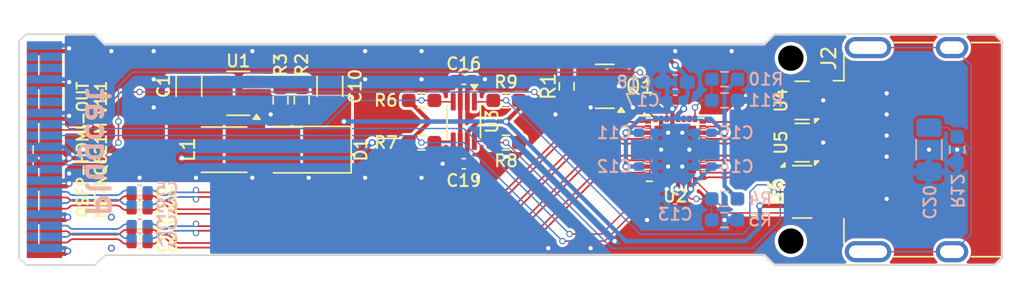
<source format=kicad_pcb>
(kicad_pcb (version 20241229) (generator "pcbnew") (generator_version "9.0")
  (layers (0 "F.Cu" signal) (4 "In1.Cu" power) (6 "In2.Cu" power) (2 "B.Cu" signal) (13 "F.Paste" user) (15 "B.Paste" user) (5 "F.SilkS" user "F.Silkscreen") (7 "B.SilkS" user "B.Silkscreen") (1 "F.Mask" user) (3 "B.Mask" user) (25 "Edge.Cuts" user))
  (net 0 "")
  (net 1 "GND")
  (net 2 "+3.3V")
  (net 3 "+5V")
  (net 4 "Net-(D1-A)")
  (net 7 "/HDP_3.3V")
  (net 9 "/IN_D0-")
  (net 10 "/IN_D0+")
  (net 11 "/IN_D1-")
  (net 12 "/SDA_3.3V")
  (net 15 "/IN_D2+")
  (net 16 "/SCL_3.3V")
  (net 18 "/ENABLE")
  (net 19 "/IN_CK-")
  (net 21 "/IN_D1+")
  (net 23 "/IN_D2-")
  (net 26 "/IN_CK+")
  (net 28 "/SCL_5V")
  (net 29 "/OUT_D2-")
  (net 30 "/HDP_5V")
  (net 31 "/OUT_D0-")
  (net 32 "/OUT_CK+")
  (net 33 "/OUT_D0+")
  (net 34 "/OUT_D1-")
  (net 35 "/SDA_5V")
  (net 36 "/OUT_D1+")
  (net 37 "/UTILITY")
  (net 38 "/OUT_CK-")
  (net 39 "/CEC")
  (net 40 "/OUT_D2+")
  (net 41 "/MODPRSL")
  (net 42 "Net-(U1-FB)")
  (net 43 "Net-(U2-EQ1{slash}ADDR1)")
  (net 44 "Net-(U2-EQ0{slash}ADDR0)")
  (net 47 "/QSFP_TX1+")
  (net 48 "/QSFP_TX2+")
  (net 49 "/QSFP_TX3+")
  (net 50 "/QSFP_TX4+")
  (net 51 "/QSFP_TX1-")
  (net 52 "/QSFP_TX2-")
  (net 53 "/QSFP_TX3-")
  (net 54 "/QSFP_TX4-")
  (net 55 "Net-(C20-Pad1)")
  (footprint "Resistor_SMD:R_0603_1608Metric_Pad0.98x0.95mm_HandSolder" (layer "F.Cu") (at 142 99.5 180)
    (property "Reference" "R8")
    (property "Value" "2K")
  )
  (footprint "Package_DFN_QFN:Diodes_UDFN-10_1.0x2.5mm_P0.5mm" (layer "F.Cu") (at 163 99.5 180)
    (property "Reference" "U5")
    (property "Value" "AZ1023-04F.R7G")
  )
  (footprint "Package_SO:VSSOP-8_2.3x2mm_P0.5mm" (layer "F.Cu") (at 139 98 -90)
    (property "Reference" "U3")
    (property "Value" "TXS0102DCU")
  )
  (footprint "Connector_SFF:QSFP-Plug" (layer "F.Cu") (at 112.85 100 90)
    (property "Reference" "J1" (hide yes))
    (property "Value" "QSFP-Plug")
    (fp_line (start -7.7 -5.4) (end 7.7 -5.4) (stroke (width 0.12)) (layer "Edge.Cuts"))
    (fp_line (start 8.2 -4.9) (end 7.7 -5.4) (stroke (width 0.12)) (layer "Edge.Cuts"))
    (fp_line (start -8.2 -4.9) (end -7.7 -5.4) (stroke (width 0.12)) (layer "Edge.Cuts"))
    (fp_line (start 8.2 0) (end 8.2 -4.9) (stroke (width 0.12)) (layer "Edge.Cuts"))
    (fp_line (start -8.2 0) (end -8.2 -4.9) (stroke (width 0.12)) (layer "Edge.Cuts"))
  )
  (footprint "Package_TO_SOT_SMD:SOT-23-6" (layer "F.Cu") (at 123 96 180)
    (property "Reference" "U1")
    (property "Value" "MT3608L")
  )
  (footprint "Capacitor_SMD:C_0402_1005Metric_Pad0.74x0.62mm_HandSolder" (layer "F.Cu") (at 139 101 180)
    (property "Reference" "C19")
    (property "Value" "100nF")
  )
  (footprint "Interface_HDMI_Onsemi:Onsemi_X2QFN38_4.05x4.50mm_P0.4mm" (layer "F.Cu") (at 154 100)
    (property "Reference" "U2")
    (property "Value" "NB7NQ621MMUTWG")
  )
  (footprint "Inductor_SMD:L_Sunlord_SWPA3015S" (layer "F.Cu") (at 122 100)
    (property "Reference" "L1")
    (property "Value" "4.7uH")
  )
  (footprint "Connector_Video:HDMI_A_Molex_208658-1001_Horizontal" (layer "F.Cu") (at 170.2 100)
    (property "Reference" "J2")
    (property "Value" "HDMI_A_1.4")
  )
  (footprint "MountingHole_Extra:MountingHole_1.8mm_M1.6" (layer "F.Cu") (at 162.2 93.5)
    (property "Reference" "H1" (hide yes))
    (property "Value" "M2")
  )
  (footprint "Resistor_SMD:R_0603_1608Metric_Pad0.98x0.95mm_HandSolder" (layer "F.Cu") (at 142 96.5 180)
    (property "Reference" "R9")
    (property "Value" "2K")
  )
  (footprint "MountingHole_Extra:MountingHole_1.8mm_M1.6" (layer "F.Cu") (at 162.2 106.5)
    (property "Reference" "H2" (hide yes))
    (property "Value" "M2")
  )
  (footprint "Resistor_SMD:R_0603_1608Metric_Pad0.98x0.95mm_HandSolder" (layer "F.Cu") (at 146.3 95.5 -90)
    (property "Reference" "R1")
    (property "Value" "10K")
  )
  (footprint "Resistor_SMD:R_0603_1608Metric_Pad0.98x0.95mm_HandSolder" (layer "F.Cu") (at 136 96.5)
    (property "Reference" "R6")
    (property "Value" "8.87K")
  )
  (footprint "Capacitor_SMD:C_1206_3216Metric_Pad1.33x1.80mm_HandSolder" (layer "F.Cu") (at 119.5 95.5 90)
    (property "Reference" "C1")
    (property "Value" "22uF")
  )
  (footprint "Capacitor_SMD:C_0402_1005Metric_Pad0.74x0.62mm_HandSolder" (layer "F.Cu") (at 139 95)
    (property "Reference" "C16")
    (property "Value" "100nF")
  )
  (footprint "Capacitor_SMD:C_0402_1005Metric_Pad0.74x0.62mm_HandSolder" (layer "F.Cu") (at 116 105.7)
    (property "Reference" "C2")
    (property "Value" "100nF")
  )
  (footprint "Resistor_SMD:R_0603_1608Metric_Pad0.98x0.95mm_HandSolder" (layer "F.Cu") (at 126 96.5 -90)
    (property "Reference" "R3")
    (property "Value" "10K")
  )
  (footprint "Capacitor_SMD:C_0402_1005Metric_Pad0.74x0.62mm_HandSolder" (layer "F.Cu") (at 116 104.3)
    (property "Reference" "C8")
    (property "Value" "100nF")
  )
  (footprint "Package_SON:Texas_R-PUSON-N14" (layer "F.Cu") (at 163 103)
    (property "Reference" "U6")
    (property "Value" "TPD6E05U06RVZ")
  )
  (footprint "Package_DFN_QFN:Diodes_UDFN-10_1.0x2.5mm_P0.5mm" (layer "F.Cu") (at 163 96.5 180)
    (property "Reference" "U4")
    (property "Value" "AZ1023-04F.R7G")
  )
  (footprint "Package_TO_SOT_SMD:SOT-23" (layer "F.Cu") (at 149 95.5 180)
    (property "Reference" "Q1")
    (property "Value" "2N7002")
  )
  (footprint "Resistor_SMD:R_0603_1608Metric_Pad0.98x0.95mm_HandSolder" (layer "F.Cu") (at 127.5 96.5 90)
    (property "Reference" "R2")
    (property "Value" "73.2K")
  )
  (footprint "Capacitor_SMD:C_1206_3216Metric_Pad1.33x1.80mm_HandSolder" (layer "F.Cu") (at 129.5 95.5 90)
    (property "Reference" "C10")
    (property "Value" "22uF")
  )
  (footprint "Capacitor_SMD:C_0402_1005Metric_Pad0.74x0.62mm_HandSolder" (layer "F.Cu") (at 116 106.7)
    (property "Reference" "C6")
    (property "Value" "100nF")
  )
  (footprint "Capacitor_SMD:C_0402_1005Metric_Pad0.74x0.62mm_HandSolder" (layer "F.Cu") (at 116 103.3)
    (property "Reference" "C4")
    (property "Value" "100nF")
  )
  (footprint "Resistor_SMD:R_0603_1608Metric_Pad0.98x0.95mm_HandSolder" (layer "F.Cu") (at 136 99.5)
    (property "Reference" "R7")
    (property "Value" "8.87K")
  )
  (footprint "Diode_SMD:D_SMA" (layer "F.Cu") (at 127.5 100 180)
    (property "Reference" "D1")
    (property "Value" "SS34")
  )
  (footprint "Capacitor_SMD:C_0402_1005Metric_Pad0.74x0.62mm_HandSolder" (layer "B.Cu") (at 152 101.2)
    (property "Reference" "C12")
    (property "Value" "100nF")
  )
  (footprint "Capacitor_SMD:C_0402_1005Metric_Pad0.74x0.62mm_HandSolder" (layer "B.Cu") (at 156 101.2 180)
    (property "Reference" "C14")
    (property "Value" "100nF")
  )
  (footprint "Capacitor_SMD:C_0603_1608Metric_Pad1.08x0.95mm_HandSolder" (layer "B.Cu") (at 154 95.2 180)
    (property "Reference" "C18")
    (property "Value" "4.7uF")
  )
  (footprint "Capacitor_SMD:C_0402_1005Metric_Pad0.74x0.62mm_HandSolder" (layer "B.Cu") (at 116 102.9)
    (property "Reference" "C5")
    (property "Value" "100nF")
  )
  (footprint "Capacitor_SMD:C_0402_1005Metric_Pad0.74x0.62mm_HandSolder" (layer "B.Cu") (at 152 98.8)
    (property "Reference" "C11")
    (property "Value" "100nF")
  )
  (footprint "Capacitor_SMD:C_0402_1005Metric_Pad0.74x0.62mm_HandSolder" (layer "B.Cu") (at 154 103.5 180)
    (property "Reference" "C13")
    (property "Value" "100nF")
  )
  (footprint "Capacitor_SMD:C_0402_1005Metric_Pad0.74x0.62mm_HandSolder" (layer "B.Cu") (at 116 106.3)
    (property "Reference" "C7")
    (property "Value" "100nF")
  )
  (footprint "Capacitor_SMD:C_0402_1005Metric_Pad0.74x0.62mm_HandSolder" (layer "B.Cu") (at 154 96.5 180)
    (property "Reference" "C17")
    (property "Value" "100nF")
  )
  (footprint "Resistor_SMD:R_0603_1608Metric_Pad0.98x0.95mm_HandSolder" (layer "B.Cu") (at 174 100 -90)
    (property "Reference" "R12")
    (property "Value" "1M")
  )
  (footprint "Resistor_SMD:R_0603_1608Metric_Pad0.98x0.95mm_HandSolder" (layer "B.Cu") (at 157.5 103.5 180)
    (property "Reference" "R4")
    (property "Value" "DNP")
  )
  (footprint "Capacitor_SMD:C_1206_3216Metric_Pad1.33x1.80mm_HandSolder" (layer "B.Cu") (at 172 100 -90)
    (property "Reference" "C20")
    (property "Value" "10nF")
  )
  (footprint "Capacitor_SMD:C_0402_1005Metric_Pad0.74x0.62mm_HandSolder" (layer "B.Cu") (at 116 103.9)
    (property "Reference" "C9")
    (property "Value" "100nF")
  )
  (footprint "Resistor_SMD:R_0603_1608Metric_Pad0.98x0.95mm_HandSolder" (layer "B.Cu") (at 157.5 105)
    (property "Reference" "R5")
    (property "Value" "DNP")
  )
  (footprint "Capacitor_SMD:C_0402_1005Metric_Pad0.74x0.62mm_HandSolder" (layer "B.Cu") (at 156 98.8 180)
    (property "Reference" "C15")
    (property "Value" "100nF")
  )
  (footprint "Resistor_SMD:R_0603_1608Metric_Pad0.98x0.95mm_HandSolder" (layer "B.Cu") (at 157.5 96.5)
    (property "Reference" "R11")
    (property "Value" "DNP")
  )
  (footprint "Resistor_SMD:R_0603_1608Metric_Pad0.98x0.95mm_HandSolder" (layer "B.Cu") (at 157.5 95 180)
    (property "Reference" "R10")
    (property "Value" "DNP")
  )
  (footprint "Capacitor_SMD:C_0402_1005Metric_Pad0.74x0.62mm_HandSolder" (layer "B.Cu") (at 116 105.3)
    (property "Reference" "C3")
    (property "Value" "100nF")
  )
  (gr_poly (pts (xy 118 94.8) (xy 122.6 94.8) (xy 122.6 96.4) (xy 121 96.4) (xy 121 97.5) (xy 121.9 97.5) (xy 121.9 101.5) (xy 118 101.5)) (fill yes) (layer "F.Cu") (net 2))
  (gr_poly (pts (xy 126.9 96.3) (xy 131 96.3) (xy 131 101.5) (xy 127.6 101.5) (xy 127.6 98.3) (xy 126.9 98.3)) (fill yes) (layer "F.Cu") (net 3))
  (gr_poly (pts (xy 123.5 94.8) (xy 128 94.8) (xy 128 96) (xy 125.5 96) (xy 125.5 95.5) (xy 123.5 95.5)) (fill yes) (layer "F.Cu") (net 42))
  (gr_poly (pts (xy 118 93) (xy 131 93) (xy 131 96.1) (xy 128.3 96.1) (xy 128.3 94.6) (xy 123.3 94.6) (xy 123.3 95.7) (xy 125.3 95.7) (xy 125.3 96) (xy 125.5 96.2) (xy 126.7 96.2) (xy 126.7 98.3) (xy 125.1 98.3) (xy 125.1 96.6) (xy 124.9 96.4) (xy 122.8 96.4) (xy 122.8 94.6) (xy 118 94.6)) (fill yes) (layer "F.Cu") (net 1))
  (gr_poly (pts (xy 122.8 96.6) (xy 124.9 96.6) (xy 124.9 98.5) (xy 127.4 98.5) (xy 127.4 101.5) (xy 122.1 101.5) (xy 122.1 97.5) (xy 122.8 97.5)) (fill yes) (layer "F.Cu") (net 4))
  (gr_line (start 176.7 108.2) (end 161 108.2) (stroke (width 0.12)) (layer "Edge.Cuts"))
  (gr_line (start 112.85 108.2) (end 113.55 107.5) (stroke (width 0.12)) (layer "Edge.Cuts"))
  (gr_line (start 176.7 108.2) (end 177.2 107.7) (stroke (width 0.12)) (layer "Edge.Cuts"))
  (gr_line (start 176.7 91.8) (end 161 91.8) (stroke (width 0.12)) (layer "Edge.Cuts"))
  (gr_line (start 160.3 107.5) (end 161 108.2) (stroke (width 0.12)) (layer "Edge.Cuts"))
  (gr_line (start 112.85 91.8) (end 113.55 92.5) (stroke (width 0.12)) (layer "Edge.Cuts"))
  (gr_line (start 176.7 91.8) (end 177.2 92.3) (stroke (width 0.12)) (layer "Edge.Cuts"))
  (gr_line (start 113.55 92.5) (end 160.3 92.5) (stroke (width 0.12)) (layer "Edge.Cuts"))
  (gr_line (start 177.2 92.3) (end 177.2 107.7) (stroke (width 0.12)) (layer "Edge.Cuts"))
  (gr_line (start 160.3 92.5) (end 161 91.8) (stroke (width 0.12)) (layer "Edge.Cuts"))
  (gr_line (start 113.55 107.5) (end 160.3 107.5) (stroke (width 0.12)) (layer "Edge.Cuts"))
  (gr_text "QSFP-HDMI-OUT\nNB7NQ621M v1.1" (at 111.5 100 90) (layer "F.SilkS") (effects (font (size 0.8 0.75) (thickness 0.15) (bold yes)) (justify top)))
  (gr_text "Plugcat" (at 113 100.2 270) (layer "B.SilkS") (effects (font (size 1.6 1.6) (thickness 0.3) (bold yes)) (justify mirror)))
  (segment (start 109.25 105) (end 110.7 105) (width 0.3) (layer "F.Cu") (net 1))
  (segment (start 139.5675 95) (end 140.5 95) (width 0.3) (layer "F.Cu") (net 1))
  (segment (start 110.8 97.8) (end 111 97.6) (width 0.3) (layer "F.Cu") (net 1))
  (segment (start 150 95.5) (end 150 94.6125) (width 0.3) (layer "F.Cu") (net 1))
  (segment (start 109.25 95.4) (end 110.8 95.4) (width 0.3) (layer "F.Cu") (net 1))
  (segment (start 139.25 95.3175) (end 139.5675 95) (width 0.3) (layer "F.Cu") (net 1))
  (segment (start 163.675 103.5) (end 162.325 103.5) (width 0.3) (layer "F.Cu") (net 1))
  (segment (start 110.7 105) (end 110.9 104.8) (width 0.3) (layer "F.Cu") (net 1))
  (segment (start 109.25 93) (end 110.8 93) (width 0.3) (layer "F.Cu") (net 1))
  (segment (start 109.25 102.6) (end 110.8 102.6) (width 0.3) (layer "F.Cu") (net 1))
  (segment (start 153.8 97.815) (end 153.8 99.8) (width 0.3) (layer "F.Cu") (net 1))
  (segment (start 153.4 102.565) (end 153.4 102.8) (width 0.3) (layer "F.Cu") (net 1))
  (segment (start 111 102.4) (end 111 101.7) (width 0.3) (layer "F.Cu") (net 1))
  (segment (start 138.4325 101) (end 137.5 101) (width 0.3) (layer "F.Cu") (net 1))
  (segment (start 166.915 96) (end 169 96) (width 0.3) (layer "F.Cu") (net 1))
  (segment (start 166.915 100.5) (end 169 100.5) (width 0.3) (layer "F.Cu") (net 1))
  (segment (start 153.8 100.2) (end 154 100) (width 0.3) (layer "F.Cu") (net 1))
  (segment (start 109.25 107.4) (end 110.7 107.4) (width 0.3) (layer "F.Cu") (net 1))
  (segment (start 153.8 102.165) (end 153.8 100.2) (width 0.3) (layer "F.Cu") (net 1))
  (segment (start 153.4 102.165) (end 153.4 102.8) (width 0.3) (layer "F.Cu") (net 1))
  (segment (start 153.8 97.815) (end 153.8 97.2) (width 0.3) (layer "F.Cu") (net 1))
  (segment (start 153.4 100.6) (end 154 100) (width 0.3) (layer "F.Cu") (net 1))
  (segment (start 166.915 99) (end 169 99) (width 0.3) (layer "F.Cu") (net 1))
  (segment (start 163.35 96.5) (end 164.5 96.5) (width 0.3) (layer "F.Cu") (net 1))
  (segment (start 110.8 93) (end 111 92.8) (width 0.3) (layer "F.Cu") (net 1))
  (segment (start 155.95 100) (end 154 100) (width 0.3) (layer "F.Cu") (net 1))
  (segment (start 163.35 99.5) (end 164.5 99.5) (width 0.3) (layer "F.Cu") (net 1))
  (segment (start 166.915 103.5) (end 163.675 103.5) (width 0.3) (layer "F.Cu") (net 1))
  (segment (start 110.8 95.4) (end 111 95.2) (width 0.3) (layer "F.Cu") (net 1))
  (segment (start 110.7 107.4) (end 110.9 107.2) (width 0.3) (layer "F.Cu") (net 1))
  (segment (start 139.25 96.6) (end 139.25 95.3175) (width 0.3) (layer "F.Cu") (net 1))
  (segment (start 150 94.6125) (end 149.9375 94.55) (width 0.3) (layer "F.Cu") (net 1))
  (segment (start 153.8 102.165) (end 153.4 102.565) (width 0.3) (layer "F.Cu") (net 1))
  (segment (start 153.8 99.8) (end 154 100) (width 0.3) (layer "F.Cu") (net 1))
  (segment (start 153 97.815) (end 153 99) (width 0.3) (layer "F.Cu") (net 1))
  (segment (start 163.35 96.5) (end 162.5875 96.5) (width 0.3) (layer "F.Cu") (net 1))
  (segment (start 152.05 100) (end 154 100) (width 0.3) (layer "F.Cu") (net 1))
  (segment (start 109.25 97.8) (end 110.8 97.8) (width 0.3) (layer "F.Cu") (net 1))
  (segment (start 163.35 99.5) (end 162.5875 99.5) (width 0.3) (layer "F.Cu") (net 1))
  (segment (start 153 99) (end 154 100) (width 0.3) (layer "F.Cu") (net 1))
  (segment (start 110.8 102.6) (end 111 102.4) (width 0.3) (layer "F.Cu") (net 1))
  (segment (start 166.915 97.5) (end 169 97.5) (width 0.3) (layer "F.Cu") (net 1))
  (segment (start 153.4 102.165) (end 153.4 100.6) (width 0.3) (layer "F.Cu") (net 1))
  (segment (start 166.915 103.5) (end 169 103.5) (width 0.3) (layer "F.Cu") (net 1))
  (via (at 112 100) (size 0.5) (drill 0.3) (layers "F.Cu" "B.Cu") (net 1))
  (via (at 136 102) (size 0.5) (drill 0.3) (layers "F.Cu" "B.Cu") (net 1))
  (via (at 137.5 101) (size 0.5) (drill 0.3) (layers "F.Cu" "B.Cu") (net 1))
  (via (at 169 99) (size 0.5) (drill 0.3) (layers "F.Cu" "B.Cu") (net 1))
  (via (at 149.7 106.5) (size 0.5) (drill 0.3) (layers "F.Cu" "B.Cu") (net 1))
  (via (at 111 97.6) (size 0.5) (drill 0.3) (layers "F.Cu" "B.Cu") (net 1))
  (via (at 153.4 102.8) (size 0.5) (drill 0.3) (layers "F.Cu" "B.Cu") (net 1))
  (via (at 111 95.2) (size 0.5) (drill 0.3) (layers "F.Cu" "B.Cu") (net 1))
  (via (at 111 102.4) (size 0.5) (drill 0.3) (layers "F.Cu" "B.Cu") (net 1))
  (via (at 111 92.8) (size 0.5) (drill 0.3) (layers "F.Cu" "B.Cu") (net 1))
  (via (at 174 100) (size 0.5) (drill 0.3) (layers "F.Cu" "B.Cu") (net 1))
  (via (at 148 107) (size 0.5) (drill 0.3) (layers "F.Cu" "B.Cu") (net 1))
  (via (at 154.5 98.8) (size 0.5) (drill 0.3) (layers "F.Cu" "B.Cu") (net 1))
  (via (at 132 102) (size 0.5) (drill 0.3) (layers "F.Cu" "B.Cu") (net 1))
  (via (at 150 95.5) (size 0.5) (drill 0.3) (layers "F.Cu" "B.Cu") (net 1))
  (via (at 132 95) (size 0.5) (drill 0.3) (layers "F.Cu" "B.Cu") (net 1))
  (via (at 169 97.5) (size 0.5) (drill 0.3) (layers "F.Cu" "B.Cu") (net 1))
  (via (at 114 107) (size 0.5) (drill 0.3) (layers "F.Cu" "B.Cu") (net 1))
  (via (at 158 93) (size 0.5) (drill 0.3) (layers "F.Cu" "B.Cu") (net 1))
  (via (at 114 104.8) (size 0.5) (drill 0.3) (layers "F.Cu" "B.Cu") (net 1))
  (via (at 164.5 99.5) (size 0.5) (drill 0.3) (layers "F.Cu" "B.Cu") (net 1))
  (via (at 117 93) (size 0.5) (drill 0.3) (layers "F.Cu" "B.Cu") (net 1))
  (via (at 169 100.5) (size 0.5) (drill 0.3) (layers "F.Cu" "B.Cu") (net 1))
  (via (at 151 97) (size 0.5) (drill 0.3) (layers "F.Cu" "B.Cu") (net 1))
  (via (at 110.9 107.2) (size 0.5) (drill 0.3) (layers "F.Cu" "B.Cu") (net 1))
  (via (at 140 102) (size 0.5) (drill 0.3) (layers "F.Cu" "B.Cu") (net 1))
  (via (at 124 102) (size 0.5) (drill 0.3) (layers "F.Cu" "B.Cu") (net 1))
  (via (at 153.5 98.8) (size 0.5) (drill 0.3) (layers "F.Cu" "B.Cu") (net 1))
  (via (at 116 102) (size 0.5) (drill 0.3) (layers "F.Cu" "B.Cu") (net 1))
  (via (at 157.5 105) (size 0.5) (drill 0.3) (layers "F.Cu" "B.Cu") (net 1))
  (via (at 172 100) (size 0.5) (drill 0.3) (layers "F.Cu" "B.Cu") (net 1))
  (via (at 114 93) (size 0.5) (drill 0.3) (layers "F.Cu" "B.Cu") (net 1))
  (via (at 154 93) (size 0.5) (drill 0.3) (layers "F.Cu" "B.Cu") (net 1))
  (via (at 164.5 96.5) (size 0.5) (drill 0.3) (layers "F.Cu" "B.Cu") (net 1))
  (via (at 136 95) (size 0.5) (drill 0.3) (layers "F.Cu" "B.Cu") (net 1))
  (via (at 132 93) (size 0.5) (drill 0.3) (layers "F.Cu" "B.Cu") (net 1))
  (via (at 136 93) (size 0.5) (drill 0.3) (layers "F.Cu" "B.Cu") (net 1))
  (via (at 117 97) (size 0.5) (drill 0.3) (layers "F.Cu" "B.Cu") (net 1))
  (via (at 120 102) (size 0.5) (drill 0.3) (layers "F.Cu" "B.Cu") (net 1))
  (via (at 155 100) (size 0.5) (drill 0.3) (layers "F.Cu" "B.Cu") (net 1))
  (via (at 145.5 97.5) (size 0.5) (drill 0.3) (layers "F.Cu" "B.Cu") (net 1))
  (via (at 124 93) (size 0.5) (drill 0.3) (layers "F.Cu" "B.Cu") (net 1))
  (via (at 117 95) (size 0.5) (drill 0.3) (layers "F.Cu" "B.Cu") (net 1))
  (via (at 140.5 95) (size 0.5) (drill 0.3) (layers "F.Cu" "B.Cu") (net 1))
  (via (at 145 107) (size 0.5) (drill 0.3) (layers "F.Cu" "B.Cu") (net 1))
  (via (at 153.8 97.1) (size 0.5) (drill 0.3) (layers "F.Cu" "B.Cu") (net 1))
  (via (at 110.9 104.8) (size 0.5) (drill 0.3) (layers "F.Cu" "B.Cu") (net 1))
  (via (at 125.3 97.5) (size 0.5) (drill 0.3) (layers "F.Cu" "B.Cu") (net 1))
  (via (at 169 103.5) (size 0.5) (drill 0.3) (layers "F.Cu" "B.Cu") (net 1))
  (via (at 128 102) (size 0.5) (drill 0.3) (layers "F.Cu" "B.Cu") (net 1))
  (via (at 148 97) (size 0.5) (drill 0.3) (layers "F.Cu" "B.Cu") (net 1))
  (via (at 154.5 101.2) (size 0.5) (drill 0.3) (layers "F.Cu" "B.Cu") (net 1))
  (via (at 153 100) (size 0.5) (drill 0.3) (layers "F.Cu" "B.Cu") (net 1))
  (via (at 152 105) (size 0.5) (drill 0.3) (layers "F.Cu" "B.Cu") (net 1))
  (via (at 142 100.5) (size 0.5) (drill 0.3) (layers "F.Cu" "B.Cu") (net 1))
  (via (at 153.5 101.2) (size 0.5) (drill 0.3) (layers "F.Cu" "B.Cu") (net 1))
  (via (at 111 101.7) (size 0.5) (drill 0.3) (layers "F.Cu" "B.Cu") (net 1))
  (via (at 169 96) (size 0.5) (drill 0.3) (layers "F.Cu" "B.Cu") (net 1))
  (segment (start 153.8 96.8675) (end 153.4325 96.5) (width 0.3) (layer "B.Cu") (net 1))
  (segment (start 110.7 107) (end 110.9 107.2) (width 0.3) (layer "B.Cu") (net 1))
  (segment (start 174 100.9125) (end 174 100) (width 0.3) (layer "B.Cu") (net 1))
  (segment (start 155.4325 98.8) (end 154.5 98.8) (width 0.3) (layer "B.Cu") (net 1))
  (segment (start 158.4125 105) (end 157.5 105) (width 0.3) (layer "B.Cu") (net 1))
  (segment (start 152.5675 98.8) (end 153.5 98.8) (width 0.3) (layer "B.Cu") (net 1))
  (segment (start 153.4325 102.8325) (end 153.4 102.8) (width 0.3) (layer "B.Cu") (net 1))
  (segment (start 172 101.5625) (end 172 100) (width 0.3) (layer "B.Cu") (net 1))
  (segment (start 109.25 107) (end 110.7 107) (width 0.3) (layer "B.Cu") (net 1))
  (segment (start 153.8 97.1) (end 153.8 96.8675) (width 0.3) (layer "B.Cu") (net 1))
  (segment (start 109.25 95) (end 110.8 95) (width 0.3) (layer "B.Cu") (net 1))
  (segment (start 110.8 92.6) (end 111 92.8) (width 0.3) (layer "B.Cu") (net 1))
  (segment (start 155.4325 101.2) (end 154.5 101.2) (width 0.3) (layer "B.Cu") (net 1))
  (segment (start 109.25 92.6) (end 110.8 92.6) (width 0.3) (layer "B.Cu") (net 1))
  (segment (start 110.8 97.4) (end 111 97.6) (width 0.3) (layer "B.Cu") (net 1))
  (segment (start 109.25 97.4) (end 110.8 97.4) (width 0.3) (layer "B.Cu") (net 1))
  (segment (start 153.4325 96.5) (end 153.4325 95.495) (width 0.3) (layer "B.Cu") (net 1))
  (segment (start 153.4325 95.495) (end 153.1375 95.2) (width 0.3) (layer "B.Cu") (net 1))
  (segment (start 152.5675 101.2) (end 153.5 101.2) (width 0.3) (layer "B.Cu") (net 1))
  (segment (start 110.8 102.2) (end 111 102.4) (width 0.3) (layer "B.Cu") (net 1))
  (segment (start 110.7 104.6) (end 110.9 104.8) (width 0.3) (layer "B.Cu") (net 1))
  (segment (start 110.8 95) (end 111 95.2) (width 0.3) (layer "B.Cu") (net 1))
  (segment (start 109.25 102.2) (end 110.8 102.2) (width 0.3) (layer "B.Cu") (net 1))
  (segment (start 109.25 104.6) (end 110.7 104.6) (width 0.3) (layer "B.Cu") (net 1))
  (segment (start 153.4325 103.5) (end 153.4325 102.8325) (width 0.3) (layer "B.Cu") (net 1))
  (segment (start 138.5 95) (end 140 93.5) (width 0.3) (layer "F.Cu") (net 2))
  (segment (start 138.4325 95) (end 138.5 95) (width 0.3) (layer "F.Cu") (net 2))
  (segment (start 138.75 96.6) (end 138.75 98) (width 0.3) (layer "F.Cu") (net 2))
  (segment (start 109.5 101) (end 110.6 101) (width 0.3) (layer "F.Cu") (net 2))
  (segment (start 135.0875 99.5) (end 132.5 99.5) (width 0.3) (layer "F.Cu") (net 2))
  (segment (start 150.5 101.2) (end 152.05 101.2) (width 0.3) (layer "F.Cu") (net 2))
  (segment (start 153.5 93.5) (end 146 93.5) (width 0.3) (layer "F.Cu") (net 2))
  (segment (start 109.5 100.2) (end 110.6 100.2) (width 0.3) (layer "F.Cu") (net 2))
  (segment (start 157.5 101.2) (end 155.95 101.2) (width 0.3) (layer "F.Cu") (net 2))
  (segment (start 154.577818 97.1) (end 154.6 97.1) (width 0.3) (layer "F.Cu") (net 2))
  (segment (start 136.5875 98) (end 135.0875 99.5) (width 0.3) (layer "F.Cu") (net 2))
  (segment (start 110.6 100.2) (end 111 100.6) (width 0.3) (layer "F.Cu") (net 2))
  (segment (start 138.75 96.6) (end 138.75 95.3175) (width 0.3) (layer "F.Cu") (net 2))
  (segment (start 146 93.5) (end 146.3 93.8) (width 0.3) (layer "F.Cu") (net 2))
  (segment (start 138.75 98) (end 136.5875 98) (width 0.3) (layer "F.Cu") (net 2))
  (segment (start 154.2 97.815) (end 154.2 97.477818) (width 0.3) (layer "F.Cu") (net 2))
  (segment (start 138.75 95.3175) (end 138.4325 95) (width 0.3) (layer "F.Cu") (net 2))
  (segment (start 154.2 102.165) (end 154.2 102.7) (width 0.3) (layer "F.Cu") (net 2))
  (segment (start 146.3 93.8) (end 146.3 94.5875) (width 0.3) (layer "F.Cu") (net 2))
  (segment (start 150.5 98.8) (end 152.05 98.8) (width 0.3) (layer "F.Cu") (net 2))
  (segment (start 111 100.6) (end 119 100.6) (width 0.3) (layer "F.Cu") (net 2))
  (segment (start 138.75 98) (end 138.75 99.4) (width 0.3) (layer "F.Cu") (net 2))
  (segment (start 140 93.5) (end 146 93.5) (width 0.3) (layer "F.Cu") (net 2))
  (segment (start 157.5 98.8) (end 155.95 98.8) (width 0.3) (layer "F.Cu") (net 2))
  (segment (start 154 94) (end 153.5 93.5) (width 0.3) (layer "F.Cu") (net 2))
  (segment (start 110.6 101) (end 111 100.6) (width 0.3) (layer "F.Cu") (net 2))
  (segment (start 154.2 97.477818) (end 154.577818 97.1) (width 0.3) (layer "F.Cu") (net 2))
  (segment (start 155 102.165) (end 155 102.7) (width 0.3) (layer "F.Cu") (net 2))
  (segment (start 136.5875 98) (end 135.0875 96.5) (width 0.3) (layer "F.Cu") (net 2))
  (segment (start 155 102.7) (end 155.1 102.8) (width 0.3) (layer "F.Cu") (net 2))
  (segment (start 154.2 102.7) (end 154.1 102.8) (width 0.3) (layer "F.Cu") (net 2))
  (via (at 150.5 98.8) (size 0.5) (drill 0.3) (layers "F.Cu" "B.Cu") (net 2))
  (via (at 132.5 99.5) (size 0.5) (drill 0.3) (layers "F.Cu" "B.Cu") (net 2))
  (via (at 155.1 102.8) (size 0.5) (drill 0.3) (layers "F.Cu" "B.Cu") (net 2))
  (via (at 150.5 101.2) (size 0.5) (drill 0.3) (layers "F.Cu" "B.Cu") (net 2))
  (via (at 119 100.6) (size 0.5) (drill 0.3) (layers "F.Cu" "B.Cu") (net 2))
  (via (at 157.5 101.2) (size 0.5) (drill 0.3) (layers "F.Cu" "B.Cu") (net 2))
  (via (at 157.5 98.8) (size 0.5) (drill 0.3) (layers "F.Cu" "B.Cu") (net 2))
  (via (at 154.1 102.8) (size 0.5) (drill 0.3) (layers "F.Cu" "B.Cu") (net 2))
  (via (at 154 94) (size 0.5) (drill 0.3) (layers "F.Cu" "B.Cu") (net 2))
  (via (at 111 100.6) (size 0.5) (drill 0.3) (layers "F.Cu" "B.Cu") (net 2))
  (via (at 154.6 97.1) (size 0.5) (drill 0.3) (layers "F.Cu" "B.Cu") (net 2))
  (segment (start 156.5675 101.2) (end 157.5 101.2) (width 0.3) (layer "B.Cu") (net 2))
  (segment (start 157.5 95.9125) (end 158.4125 95) (width 0.3) (layer "B.Cu") (net 2))
  (segment (start 154.5 96.5675) (end 154.5675 96.5) (width 0.3) (layer "B.Cu") (net 2))
  (segment (start 111 100.2) (end 111 100.6) (width 0.3) (layer "B.Cu") (net 2))
  (segment (start 150.5 98.8) (end 150.5 101.2) (width 0.3) (layer "B.Cu") (net 2))
  (segment (start 155.1 102.6675) (end 156.5675 101.2) (width 0.3) (layer "B.Cu") (net 2))
  (segment (start 155.1 102.8) (end 155.1 102.9675) (width 0.3) (layer "B.Cu") (net 2))
  (segment (start 132.5 99.5) (end 131.4 100.6) (width 0.3) (layer "B.Cu") (net 2))
  (segment (start 154.8625 95.2) (end 154.8625 96.205) (width 0.3) (layer "B.Cu") (net 2))
  (segment (start 154.6 97.1) (end 154.6 96.5325) (width 0.3) (layer "B.Cu") (net 2))
  (segment (start 155.1 102.9675) (end 154.5675 103.5) (width 0.3) (layer "B.Cu") (net 2))
  (segment (start 155.1 102.8) (end 155.1 102.6675) (width 0.3) (layer "B.Cu") (net 2))
  (segment (start 157.5 101.2) (end 157.5 98.8) (width 0.3) (layer "B.Cu") (net 2))
  (segment (start 157.5 102.5875) (end 158.4125 103.5) (width 0.3) (layer "B.Cu") (net 2))
  (segment (start 154.5675 103.2675) (end 154.1 102.8) (width 0.3) (layer "B.Cu") (net 2))
  (segment (start 151.4325 98.8) (end 150.5 98.8) (width 0.3) (layer "B.Cu") (net 2))
  (segment (start 151.5 97.8) (end 153.9 97.8) (width 0.3) (layer "B.Cu") (net 2))
  (segment (start 151.4325 101.2) (end 150.5 101.2) (width 0.3) (layer "B.Cu") (net 2))
  (segment (start 154.6 96.5325) (end 154.5675 96.5) (width 0.3) (layer "B.Cu") (net 2))
  (segment (start 156.5675 98.8) (end 157.5 98.8) (width 0.3) (layer "B.Cu") (net 2))
  (segment (start 131.4 100.6) (end 119 100.6) (width 0.3) (layer "B.Cu") (net 2))
  (segment (start 150.5 98.8) (end 151.5 97.8) (width 0.3) (layer "B.Cu") (net 2))
  (segment (start 154.8625 96.205) (end 154.5675 96.5) (width 0.3) (layer "B.Cu") (net 2))
  (segment (start 153.9 97.8) (end 156.5 97.8) (width 0.3) (layer "B.Cu") (net 2))
  (segment (start 154.8625 94.8625) (end 154 94) (width 0.3) (layer "B.Cu") (net 2))
  (segment (start 157.5 98.8) (end 156.5 97.8) (width 0.3) (layer "B.Cu") (net 2))
  (segment (start 154.5675 103.5) (end 154.5675 103.2675) (width 0.3) (layer "B.Cu") (net 2))
  (segment (start 157.5 98.8) (end 157.5 95.9125) (width 0.3) (layer "B.Cu") (net 2))
  (segment (start 157.5 101.2) (end 157.5 102.5875) (width 0.3) (layer "B.Cu") (net 2))
  (segment (start 154.6 97.1) (end 153.9 97.8) (width 0.3) (layer "B.Cu") (net 2))
  (segment (start 154.8625 95.2) (end 154.8625 94.8625) (width 0.3) (layer "B.Cu") (net 2))
  (segment (start 110.6 99.8) (end 111 100.2) (width 0.3) (layer "B.Cu") (net 2))
  (segment (start 109.5 99.8) (end 110.6 99.8) (width 0.3) (layer "B.Cu") (net 2))
  (segment (start 139.25 99.4) (end 139.25 100.6825) (width 0.3) (layer "F.Cu") (net 3))
  (segment (start 162.325 104) (end 160 104) (width 0.3) (layer "F.Cu") (net 3))
  (segment (start 140.025001 98) (end 142 98) (width 0.3) (layer "F.Cu") (net 3))
  (segment (start 142.9125 98.9125) (end 142 98) (width 0.3) (layer "F.Cu") (net 3))
  (segment (start 142.9125 96.5) (end 142.9125 97.0875) (width 0.3) (layer "F.Cu") (net 3))
  (segment (start 142.9125 97.0875) (end 142 98) (width 0.3) (layer "F.Cu") (net 3))
  (segment (start 139.25 98.775001) (end 140.025001 98) (width 0.3) (layer "F.Cu") (net 3))
  (segment (start 163.675 104) (end 162.325 104) (width 0.3) (layer "F.Cu") (net 3))
  (segment (start 139.25 99.4) (end 139.25 98.775001) (width 0.3) (layer "F.Cu") (net 3))
  (segment (start 166.915 104) (end 163.675 104) (width 0.3) (layer "F.Cu") (net 3))
  (segment (start 139.25 100.6825) (end 139.5675 101) (width 0.3) (layer "F.Cu") (net 3))
  (segment (start 142.9125 99.5) (end 142.9125 98.9125) (width 0.3) (layer "F.Cu") (net 3))
  (via (at 130.5 98) (size 0.5) (drill 0.3) (layers "F.Cu" "B.Cu") (net 3))
  (via (at 160 104) (size 0.5) (drill 0.3) (layers "F.Cu" "B.Cu") (net 3))
  (via (at 142 98) (size 0.5) (drill 0.3) (layers "F.Cu" "B.Cu") (net 3))
  (segment (start 159 106.5) (end 160 105.5) (width 0.3) (layer "B.Cu") (net 3))
  (segment (start 160 105.5) (end 160 104) (width 0.3) (layer "B.Cu") (net 3))
  (segment (start 142 98) (end 150.5 106.5) (width 0.3) (layer "B.Cu") (net 3))
  (segment (start 150.5 106.5) (end 159 106.5) (width 0.3) (layer "B.Cu") (net 3))
  (segment (start 130.5 98) (end 142 98) (width 0.3) (layer "B.Cu") (net 3))
  (segment (start 151.235 96.45) (end 149.9375 96.45) (width 0.1) (layer "F.Cu") (net 7))
  (segment (start 152.6 97.815) (end 151.235 96.45) (width 0.1) (layer "F.Cu") (net 7))
  (segment (start 120.163 105.7636) (end 142.485787 105.7636) (width 0.124) (layer "F.Cu") (net 9))
  (segment (start 150.308633 100.738) (end 150.691367 100.738) (width 0.124) (layer "F.Cu") (net 9))
  (segment (start 150.716967 100.7636) (end 151.676099 100.7636) (width 0.124) (layer "F.Cu") (net 9))
  (segment (start 151.712499 100.8) (end 152.05 100.8) (width 0.124) (layer "F.Cu") (net 9))
  (segment (start 120 105.9266) (end 120.163 105.7636) (width 0.124) (layer "F.Cu") (net 9))
  (segment (start 148.314214 100.7636) (end 150.283033 100.7636) (width 0.124) (layer "F.Cu") (net 9))
  (segment (start 143.308577 105.422789) (end 147.72279 101.008576) (width 0.124) (layer "F.Cu") (net 9))
  (segment (start 150.691367 100.738) (end 150.716967 100.7636) (width 0.124) (layer "F.Cu") (net 9))
  (segment (start 150.283033 100.7636) (end 150.308633 100.738) (width 0.124) (layer "F.Cu") (net 9))
  (segment (start 151.676099 100.7636) (end 151.712499 100.8) (width 0.124) (layer "F.Cu") (net 9))
  (via (at 120 105.9266) (size 0.45) (drill 0.3) (layers "F.Cu" "B.Cu") (net 9))
  (arc (start 142.485787 105.7636) (mid 142.931078 105.675026) (end 143.308577 105.422789) (width 0.124) (layer "F.Cu") (net 9))
  (arc (start 147.72279 101.008576) (mid 147.994138 100.827267) (end 148.314214 100.7636) (width 0.124) (layer "F.Cu") (net 9))
  (segment (start 119.837 105.7636) (end 120 105.9266) (width 0.124) (layer "B.Cu") (net 9))
  (segment (start 118.324265 105.7636) (end 119.837 105.7636) (width 0.124) (layer "B.Cu") (net 9))
  (segment (start 117.662258 105.9636) (end 117.875737 105.9636) (width 0.124) (layer "B.Cu") (net 9))
  (segment (start 117.265198 106.153553) (end 117.308705 106.110046) (width 0.124) (layer "B.Cu") (net 9))
  (segment (start 116.5675 106.3) (end 116.911644 106.3) (width 0.124) (layer "B.Cu") (net 9))
  (segment (start 118.203552 105.827814) (end 118.227816 105.80355) (width 0.124) (layer "B.Cu") (net 9))
  (arc (start 118.203552 105.827814) (mid 118.053149 105.92831) (end 117.875737 105.9636) (width 0.124) (layer "B.Cu") (net 9))
  (arc (start 118.324265 105.7636) (mid 118.272067 105.773983) (end 118.227816 105.80355) (width 0.124) (layer "B.Cu") (net 9))
  (arc (start 117.308705 106.110046) (mid 117.470917 106.00166) (end 117.662258 105.9636) (width 0.124) (layer "B.Cu") (net 9))
  (arc (start 116.911644 106.3) (mid 117.102986 106.26194) (end 117.265198 106.153553) (width 0.124) (layer "B.Cu") (net 9))
  (segment (start 120 105.2734) (end 120.163 105.4364) (width 0.124) (layer "F.Cu") (net 10))
  (segment (start 120.163 105.4364) (end 142.485786 105.4364) (width 0.124) (layer "F.Cu") (net 10))
  (segment (start 143.07721 105.191424) (end 147.491424 100.77721) (width 0.124) (layer "F.Cu") (net 10))
  (segment (start 150.716967 100.4364) (end 151.676099 100.4364) (width 0.124) (layer "F.Cu") (net 10))
  (segment (start 148.314213 100.4364) (end 150.283033 100.4364) (width 0.124) (layer "F.Cu") (net 10))
  (segment (start 150.691367 100.4108) (end 150.716967 100.4364) (width 0.124) (layer "F.Cu") (net 10))
  (segment (start 150.308633 100.4108) (end 150.691367 100.4108) (width 0.124) (layer "F.Cu") (net 10))
  (segment (start 151.712499 100.4) (end 152.05 100.4) (width 0.124) (layer "F.Cu") (net 10))
  (segment (start 151.676099 100.4364) (end 151.712499 100.4) (width 0.124) (layer "F.Cu") (net 10))
  (segment (start 150.283033 100.4364) (end 150.308633 100.4108) (width 0.124) (layer "F.Cu") (net 10))
  (via (at 120 105.2734) (size 0.45) (drill 0.3) (layers "F.Cu" "B.Cu") (net 10))
  (arc (start 148.314213 100.4364) (mid 147.868923 100.524974) (end 147.491424 100.77721) (width 0.124) (layer "F.Cu") (net 10))
  (arc (start 142.485786 105.4364) (mid 142.805862 105.372733) (end 143.07721 105.191424) (width 0.124) (layer "F.Cu") (net 10))
  (segment (start 118.324263 105.4364) (end 119.837 105.4364) (width 0.124) (layer "B.Cu") (net 10))
  (segment (start 119.837 105.4364) (end 120 105.2734) (width 0.124) (layer "B.Cu") (net 10))
  (segment (start 117.662258 105.6364) (end 117.875735 105.6364) (width 0.124) (layer "B.Cu") (net 10))
  (segment (start 117.972185 105.596449) (end 117.996449 105.572185) (width 0.124) (layer "B.Cu") (net 10))
  (segment (start 116.5675 105.3) (end 116.911644 105.3) (width 0.124) (layer "B.Cu") (net 10))
  (segment (start 117.265198 105.446447) (end 117.308705 105.489954) (width 0.124) (layer "B.Cu") (net 10))
  (arc (start 118.324263 105.4364) (mid 118.146851 105.471689) (end 117.996449 105.572185) (width 0.124) (layer "B.Cu") (net 10))
  (arc (start 116.911644 105.3) (mid 117.102986 105.33806) (end 117.265198 105.446447) (width 0.124) (layer "B.Cu") (net 10))
  (arc (start 117.875735 105.6364) (mid 117.927933 105.626017) (end 117.972185 105.596449) (width 0.124) (layer "B.Cu") (net 10))
  (arc (start 117.308705 105.489954) (mid 117.470917 105.59834) (end 117.662258 105.6364) (width 0.124) (layer "B.Cu") (net 10))
  (segment (start 117.662258 103.9636) (end 117.792893 103.9636) (width 0.124) (layer "F.Cu") (net 11))
  (segment (start 118.030764 104.06213) (end 118.33787 104.369236) (width 0.124) (layer "F.Cu") (net 11))
  (segment (start 150.691367 99.5892) (end 150.716967 99.5636) (width 0.124) (layer "F.Cu") (net 11))
  (segment (start 150.716967 99.5636) (end 151.676099 99.5636) (width 0.124) (layer "F.Cu") (net 11))
  (segment (start 117.265198 104.153553) (end 117.308705 104.110046) (width 0.124) (layer "F.Cu") (net 11))
  (segment (start 147.814214 99.5636) (end 150.283033 99.5636) (width 0.124) (layer "F.Cu") (net 11))
  (segment (start 150.308633 99.5892) (end 150.691367 99.5892) (width 0.124) (layer "F.Cu") (net 11))
  (segment (start 142.808577 104.222789) (end 147.22279 99.808576) (width 0.124) (layer "F.Cu") (net 11))
  (segment (start 151.676099 99.5636) (end 151.712499 99.6) (width 0.124) (layer "F.Cu") (net 11))
  (segment (start 151.712499 99.6) (end 152.05 99.6) (width 0.124) (layer "F.Cu") (net 11))
  (segment (start 118.807106 104.5636) (end 141.985787 104.5636) (width 0.124) (layer "F.Cu") (net 11))
  (segment (start 150.283033 99.5636) (end 150.308633 99.5892) (width 0.124) (layer "F.Cu") (net 11))
  (segment (start 116.5675 104.3) (end 116.911644 104.3) (width 0.124) (layer "F.Cu") (net 11))
  (arc (start 116.911644 104.3) (mid 117.102986 104.26194) (end 117.265198 104.153553) (width 0.124) (layer "F.Cu") (net 11))
  (arc (start 117.792893 103.9636) (mid 117.921628 103.989207) (end 118.030764 104.06213) (width 0.124) (layer "F.Cu") (net 11))
  (arc (start 118.33787 104.369236) (mid 118.553157 104.513086) (end 118.807106 104.5636) (width 0.124) (layer "F.Cu") (net 11))
  (arc (start 141.985787 104.5636) (mid 142.431078 104.475026) (end 142.808577 104.222789) (width 0.124) (layer "F.Cu") (net 11))
  (arc (start 147.22279 99.808576) (mid 147.494138 99.627267) (end 147.814214 99.5636) (width 0.124) (layer "F.Cu") (net 11))
  (arc (start 117.308705 104.110046) (mid 117.470917 104.00166) (end 117.662258 103.9636) (width 0.124) (layer "F.Cu") (net 11))
  (segment (start 148.765 106) (end 146.5 106) (width 0.1) (layer "F.Cu") (net 12))
  (segment (start 137.0125 96.6) (end 136.9125 96.5) (width 0.1) (layer "F.Cu") (net 12))
  (segment (start 152.6 102.165) (end 148.765 106) (width 0.1) (layer "F.Cu") (net 12))
  (segment (start 138.25 96.6) (end 137.0125 96.6) (width 0.1) (layer "F.Cu") (net 12))
  (segment (start 136.9125 96.5) (end 136 96.5) (width 0.1) (layer "F.Cu") (net 12))
  (via (at 146.5 106) (size 0.45) (drill 0.3) (layers "F.Cu" "B.Cu") (net 12))
  (via (at 136 96.5) (size 0.45) (drill 0.3) (layers "F.Cu" "B.Cu") (net 12))
  (segment (start 129 98.5) (end 139 98.5) (width 0.1) (layer "B.Cu") (net 12))
  (segment (start 109.7 98.2) (end 110.7 98.2) (width 0.1) (layer "B.Cu") (net 12))
  (segment (start 131 96.5) (end 136 96.5) (width 0.1) (layer "B.Cu") (net 12))
  (segment (start 111 98.5) (end 129 98.5) (width 0.1) (layer "B.Cu") (net 12))
  (segment (start 110.7 98.2) (end 111 98.5) (width 0.1) (layer "B.Cu") (net 12))
  (segment (start 129 98.5) (end 131 96.5) (width 0.1) (layer "B.Cu") (net 12))
  (segment (start 139 98.5) (end 146.5 106) (width 0.1) (layer "B.Cu") (net 12))
  (segment (start 150.691367 98.0108) (end 150.716967 98.0364) (width 0.124) (layer "F.Cu") (net 15))
  (segment (start 120.163 103.0364) (end 141.485786 103.0364) (width 0.124) (layer "F.Cu") (net 15))
  (segment (start 151.712499 98) (end 152.05 98) (width 0.124) (layer "F.Cu") (net 15))
  (segment (start 120 102.8734) (end 120.163 103.0364) (width 0.124) (layer "F.Cu") (net 15))
  (segment (start 151.676099 98.0364) (end 151.712499 98) (width 0.124) (layer "F.Cu") (net 15))
  (segment (start 150.308633 98.0108) (end 150.691367 98.0108) (width 0.124) (layer "F.Cu") (net 15))
  (segment (start 147.314213 98.0364) (end 150.283033 98.0364) (width 0.124) (layer "F.Cu") (net 15))
  (segment (start 142.07721 102.791424) (end 146.491424 98.37721) (width 0.124) (layer "F.Cu") (net 15))
  (segment (start 150.716967 98.0364) (end 151.676099 98.0364) (width 0.124) (layer "F.Cu") (net 15))
  (segment (start 150.283033 98.0364) (end 150.308633 98.0108) (width 0.124) (layer "F.Cu") (net 15))
  (via (at 120 102.8734) (size 0.45) (drill 0.3) (layers "F.Cu" "B.Cu") (net 15))
  (arc (start 146.491424 98.37721) (mid 146.868923 98.124974) (end 147.314213 98.0364) (width 0.124) (layer "F.Cu") (net 15))
  (arc (start 141.485786 103.0364) (mid 141.805862 102.972733) (end 142.07721 102.791424) (width 0.124) (layer "F.Cu") (net 15))
  (segment (start 116.5675 102.9) (end 116.911644 102.9) (width 0.124) (layer "B.Cu") (net 15))
  (segment (start 119.837 103.0364) (end 120 102.8734) (width 0.124) (layer "B.Cu") (net 15))
  (segment (start 117.972185 103.196449) (end 117.996449 103.172185) (width 0.124) (layer "B.Cu") (net 15))
  (segment (start 117.662258 103.2364) (end 117.875735 103.2364) (width 0.124) (layer "B.Cu") (net 15))
  (segment (start 118.324263 103.0364) (end 119.837 103.0364) (width 0.124) (layer "B.Cu") (net 15))
  (segment (start 117.265198 103.046447) (end 117.308705 103.089954) (width 0.124) (layer "B.Cu") (net 15))
  (arc (start 118.324263 103.0364) (mid 118.146851 103.071689) (end 117.996449 103.172185) (width 0.124) (layer "B.Cu") (net 15))
  (arc (start 116.911644 102.9) (mid 117.102986 102.93806) (end 117.265198 103.046447) (width 0.124) (layer "B.Cu") (net 15))
  (arc (start 117.875735 103.2364) (mid 117.927933 103.226017) (end 117.972185 103.196449) (width 0.124) (layer "B.Cu") (net 15))
  (arc (start 117.308705 103.089954) (mid 117.470917 103.19834) (end 117.662258 103.2364) (width 0.124) (layer "B.Cu") (net 15))
  (segment (start 153 102.165) (end 153 102.49) (width 0.1) (layer "F.Cu") (net 16))
  (segment (start 148.99 106.5) (end 146 106.5) (width 0.1) (layer "F.Cu") (net 16))
  (segment (start 136.9125 99.5) (end 136 99.5) (width 0.1) (layer "F.Cu") (net 16))
  (segment (start 138.25 99.4) (end 137.0125 99.4) (width 0.1) (layer "F.Cu") (net 16))
  (segment (start 153 102.49) (end 148.99 106.5) (width 0.1) (layer "F.Cu") (net 16))
  (segment (start 137.0125 99.4) (end 136.9125 99.5) (width 0.1) (layer "F.Cu") (net 16))
  (via (at 146 106.5) (size 0.45) (drill 0.3) (layers "F.Cu" "B.Cu") (net 16))
  (via (at 136 99.5) (size 0.45) (drill 0.3) (layers "F.Cu" "B.Cu") (net 16))
  (segment (start 136 99.5) (end 135.5 99) (width 0.1) (layer "B.Cu") (net 16))
  (segment (start 136 99.5) (end 139 99.5) (width 0.1) (layer "B.Cu") (net 16))
  (segment (start 135.5 99) (end 109.7 99) (width 0.1) (layer "B.Cu") (net 16))
  (segment (start 139 99.5) (end 146 106.5) (width 0.1) (layer "B.Cu") (net 16))
  (segment (start 153.4 97.5) (end 152 96.1) (width 0.1) (layer "F.Cu") (net 18))
  (segment (start 114.5 99.5) (end 114.5 98) (width 0.1) (layer "F.Cu") (net 18))
  (segment (start 152 95) (end 151.5 94.5) (width 0.1) (layer "F.Cu") (net 18))
  (segment (start 152 96.1) (end 152 95) (width 0.1) (layer "F.Cu") (net 18))
  (segment (start 153.4 97.815) (end 153.4 97.5) (width 0.1) (layer "F.Cu") (net 18))
  (via (at 114.5 99.5) (size 0.45) (drill 0.3) (layers "F.Cu" "B.Cu") (net 18))
  (via (at 114.5 98) (size 0.45) (drill 0.3) (layers "F.Cu" "B.Cu") (net 18))
  (via (at 151.5 94.5) (size 0.45) (drill 0.3) (layers "F.Cu" "B.Cu") (net 18))
  (segment (start 114.5 95.5) (end 115.5 94.5) (width 0.1) (layer "B.Cu") (net 18))
  (segment (start 109.7 100.6) (end 110.363603 100.6) (width 0.1) (layer "B.Cu") (net 18))
  (segment (start 114.5 98) (end 114.5 95.5) (width 0.1) (layer "B.Cu") (net 18))
  (segment (start 115.5 94.5) (end 151.5 94.5) (width 0.1) (layer "B.Cu") (net 18))
  (segment (start 110.363603 100.6) (end 110.863603 101.1) (width 0.1) (layer "B.Cu") (net 18))
  (segment (start 110.863603 101.1) (end 112.9 101.1) (width 0.1) (layer "B.Cu") (net 18))
  (segment (start 112.9 101.1) (end 114.5 99.5) (width 0.1) (layer "B.Cu") (net 18))
  (segment (start 151.712499 102) (end 152.05 102) (width 0.124) (layer "F.Cu") (net 19))
  (segment (start 118.030764 106.46213) (end 118.33787 106.769236) (width 0.124) (layer "F.Cu") (net 19))
  (segment (start 117.265198 106.553553) (end 117.308705 106.510046) (width 0.124) (layer "F.Cu") (net 19))
  (segment (start 150.283033 101.9636) (end 150.308633 101.9892) (width 0.124) (layer "F.Cu") (net 19))
  (segment (start 150.308633 101.9892) (end 150.691367 101.9892) (width 0.124) (layer "F.Cu") (net 19))
  (segment (start 143.808577 106.622789) (end 148.22279 102.208576) (width 0.124) (layer "F.Cu") (net 19))
  (segment (start 148.814214 101.9636) (end 150.283033 101.9636) (width 0.124) (layer "F.Cu") (net 19))
  (segment (start 151.676099 101.9636) (end 151.712499 102) (width 0.124) (layer "F.Cu") (net 19))
  (segment (start 150.716967 101.9636) (end 151.676099 101.9636) (width 0.124) (layer "F.Cu") (net 19))
  (segment (start 118.807106 106.9636) (end 142.985787 106.9636) (width 0.124) (layer "F.Cu") (net 19))
  (segment (start 150.691367 101.9892) (end 150.716967 101.9636) (width 0.124) (layer "F.Cu") (net 19))
  (segment (start 116.5675 106.7) (end 116.911644 106.7) (width 0.124) (layer "F.Cu") (net 19))
  (segment (start 117.662258 106.3636) (end 117.792893 106.3636) (width 0.124) (layer "F.Cu") (net 19))
  (arc (start 148.22279 102.208576) (mid 148.494138 102.027267) (end 148.814214 101.9636) (width 0.124) (layer "F.Cu") (net 19))
  (arc (start 117.308705 106.510046) (mid 117.470917 106.40166) (end 117.662258 106.3636) (width 0.124) (layer "F.Cu") (net 19))
  (arc (start 116.911644 106.7) (mid 117.102986 106.66194) (end 117.265198 106.553553) (width 0.124) (layer "F.Cu") (net 19))
  (arc (start 117.792893 106.3636) (mid 117.921628 106.389207) (end 118.030764 106.46213) (width 0.124) (layer "F.Cu") (net 19))
  (arc (start 142.985787 106.9636) (mid 143.431078 106.875026) (end 143.808577 106.622789) (width 0.124) (layer "F.Cu") (net 19))
  (arc (start 118.33787 106.769236) (mid 118.553157 106.913086) (end 118.807106 106.9636) (width 0.124) (layer "F.Cu") (net 19))
  (segment (start 118.26213 103.830764) (end 118.569237 104.137871) (width 0.124) (layer "F.Cu") (net 21))
  (segment (start 147.814213 99.2364) (end 150.283033 99.2364) (width 0.124) (layer "F.Cu") (net 21))
  (segment (start 151.712499 99.2) (end 152.05 99.2) (width 0.124) (layer "F.Cu") (net 21))
  (segment (start 150.716967 99.2364) (end 151.676099 99.2364) (width 0.124) (layer "F.Cu") (net 21))
  (segment (start 142.57721 103.991424) (end 146.991424 99.57721) (width 0.124) (layer "F.Cu") (net 21))
  (segment (start 150.308633 99.262) (end 150.691367 99.262) (width 0.124) (layer "F.Cu") (net 21))
  (segment (start 117.662258 103.6364) (end 117.792894 103.6364) (width 0.124) (layer "F.Cu") (net 21))
  (segment (start 116.5675 103.3) (end 116.911644 103.3) (width 0.124) (layer "F.Cu") (net 21))
  (segment (start 150.283033 99.2364) (end 150.308633 99.262) (width 0.124) (layer "F.Cu") (net 21))
  (segment (start 150.691367 99.262) (end 150.716967 99.2364) (width 0.124) (layer "F.Cu") (net 21))
  (segment (start 151.676099 99.2364) (end 151.712499 99.2) (width 0.124) (layer "F.Cu") (net 21))
  (segment (start 117.265198 103.446447) (end 117.308705 103.489954) (width 0.124) (layer "F.Cu") (net 21))
  (segment (start 118.807107 104.2364) (end 141.985786 104.2364) (width 0.124) (layer "F.Cu") (net 21))
  (arc (start 141.985786 104.2364) (mid 142.305862 104.172733) (end 142.57721 103.991424) (width 0.124) (layer "F.Cu") (net 21))
  (arc (start 118.569237 104.137871) (mid 118.678373 104.210793) (end 118.807107 104.2364) (width 0.124) (layer "F.Cu") (net 21))
  (arc (start 116.911644 103.3) (mid 117.102986 103.33806) (end 117.265198 103.446447) (width 0.124) (layer "F.Cu") (net 21))
  (arc (start 117.308705 103.489954) (mid 117.470917 103.59834) (end 117.662258 103.6364) (width 0.124) (layer "F.Cu") (net 21))
  (arc (start 146.991424 99.57721) (mid 147.368923 99.324974) (end 147.814213 99.2364) (width 0.124) (layer "F.Cu") (net 21))
  (arc (start 118.26213 103.830764) (mid 118.046843 103.686914) (end 117.792894 103.6364) (width 0.124) (layer "F.Cu") (net 21))
  (segment (start 120 103.5266) (end 120.163 103.3636) (width 0.124) (layer "F.Cu") (net 23))
  (segment (start 150.283033 98.3636) (end 150.308633 98.338) (width 0.124) (layer "F.Cu") (net 23))
  (segment (start 150.308633 98.338) (end 150.691367 98.338) (width 0.124) (layer "F.Cu") (net 23))
  (segment (start 150.716967 98.3636) (end 151.676099 98.3636) (width 0.124) (layer "F.Cu") (net 23))
  (segment (start 151.712499 98.4) (end 152.05 98.4) (width 0.124) (layer "F.Cu") (net 23))
  (segment (start 147.314214 98.3636) (end 150.283033 98.3636) (width 0.124) (layer "F.Cu") (net 23))
  (segment (start 151.676099 98.3636) (end 151.712499 98.4) (width 0.124) (layer "F.Cu") (net 23))
  (segment (start 120.163 103.3636) (end 141.485787 103.3636) (width 0.124) (layer "F.Cu") (net 23))
  (segment (start 150.691367 98.338) (end 150.716967 98.3636) (width 0.124) (layer "F.Cu") (net 23))
  (segment (start 142.308577 103.022789) (end 146.72279 98.608576) (width 0.124) (layer "F.Cu") (net 23))
  (via (at 120 103.5266) (size 0.45) (drill 0.3) (layers "F.Cu" "B.Cu") (net 23))
  (arc (start 146.72279 98.608576) (mid 146.994138 98.427267) (end 147.314214 98.3636) (width 0.124) (layer "F.Cu") (net 23))
  (arc (start 141.485787 103.3636) (mid 141.931078 103.275026) (end 142.308577 103.022789) (width 0.124) (layer "F.Cu") (net 23))
  (segment (start 117.265198 103.753553) (end 117.308705 103.710046) (width 0.124) (layer "B.Cu") (net 23))
  (segment (start 117.662258 103.5636) (end 117.875737 103.5636) (width 0.124) (layer "B.Cu") (net 23))
  (segment (start 118.203552 103.427814) (end 118.227816 103.40355) (width 0.124) (layer "B.Cu") (net 23))
  (segment (start 119.837 103.3636) (end 120 103.5266) (width 0.124) (layer "B.Cu") (net 23))
  (segment (start 116.5675 103.9) (end 116.911644 103.9) (width 0.124) (layer "B.Cu") (net 23))
  (segment (start 118.324265 103.3636) (end 119.837 103.3636) (width 0.124) (layer "B.Cu") (net 23))
  (arc (start 116.911644 103.9) (mid 117.102986 103.86194) (end 117.265198 103.753553) (width 0.124) (layer "B.Cu") (net 23))
  (arc (start 118.324265 103.3636) (mid 118.272067 103.373983) (end 118.227816 103.40355) (width 0.124) (layer "B.Cu") (net 23))
  (arc (start 117.308705 103.710046) (mid 117.470917 103.60166) (end 117.662258 103.5636) (width 0.124) (layer "B.Cu") (net 23))
  (arc (start 117.875737 103.5636) (mid 118.053149 103.52831) (end 118.203552 103.427814) (width 0.124) (layer "B.Cu") (net 23))
  (segment (start 117.265198 105.846447) (end 117.308705 105.889954) (width 0.124) (layer "F.Cu") (net 26))
  (segment (start 150.308633 101.662) (end 150.691367 101.662) (width 0.124) (layer "F.Cu") (net 26))
  (segment (start 116.5675 105.7) (end 116.911644 105.7) (width 0.124) (layer "F.Cu") (net 26))
  (segment (start 151.712499 101.6) (end 152.05 101.6) (width 0.124) (layer "F.Cu") (net 26))
  (segment (start 117.662258 106.0364) (end 117.792894 106.0364) (width 0.124) (layer "F.Cu") (net 26))
  (segment (start 118.807107 106.6364) (end 142.985786 106.6364) (width 0.124) (layer "F.Cu") (net 26))
  (segment (start 151.676099 101.6364) (end 151.712499 101.6) (width 0.124) (layer "F.Cu") (net 26))
  (segment (start 143.57721 106.391424) (end 147.991424 101.97721) (width 0.124) (layer "F.Cu") (net 26))
  (segment (start 118.26213 106.230764) (end 118.569237 106.537871) (width 0.124) (layer "F.Cu") (net 26))
  (segment (start 150.283033 101.6364) (end 150.308633 101.662) (width 0.124) (layer "F.Cu") (net 26))
  (segment (start 150.691367 101.662) (end 150.716967 101.6364) (width 0.124) (layer "F.Cu") (net 26))
  (segment (start 148.814213 101.6364) (end 150.283033 101.6364) (width 0.124) (layer "F.Cu") (net 26))
  (segment (start 150.716967 101.6364) (end 151.676099 101.6364) (width 0.124) (layer "F.Cu") (net 26))
  (arc (start 118.26213 106.230764) (mid 118.046843 106.086914) (end 117.792894 106.0364) (width 0.124) (layer "F.Cu") (net 26))
  (arc (start 117.308705 105.889954) (mid 117.470917 105.99834) (end 117.662258 106.0364) (width 0.124) (layer "F.Cu") (net 26))
  (arc (start 118.569237 106.537871) (mid 118.678373 106.610793) (end 118.807107 106.6364) (width 0.124) (layer "F.Cu") (net 26))
  (arc (start 116.911644 105.7) (mid 117.102986 105.73806) (end 117.265198 105.846447) (width 0.124) (layer "F.Cu") (net 26))
  (arc (start 142.985786 106.6364) (mid 143.305862 106.572733) (end 143.57721 106.391424) (width 0.124) (layer "F.Cu") (net 26))
  (arc (start 147.991424 101.97721) (mid 148.368923 101.724974) (end 148.814213 101.6364) (width 0.124) (layer "F.Cu") (net 26))
  (segment (start 141.0875 99.5) (end 142 99.5) (width 0.1) (layer "F.Cu") (net 28))
  (segment (start 139.75 99.4) (end 140.9875 99.4) (width 0.1) (layer "F.Cu") (net 28))
  (segment (start 166.915 102.5) (end 163.675 102.5) (width 0.1) (layer "F.Cu") (net 28))
  (segment (start 140.9875 99.4) (end 141.0875 99.5) (width 0.1) (layer "F.Cu") (net 28))
  (segment (start 162.325 102.5) (end 161.4 102.5) (width 0.1) (layer "F.Cu") (net 28))
  (segment (start 163.675 102.5) (end 162.325 102.5) (width 0.1) (layer "F.Cu") (net 28))
  (via (at 161.4 102.5) (size 0.45) (drill 0.3) (layers "F.Cu" "B.Cu") (net 28))
  (via (at 142 99.5) (size 0.45) (drill 0.3) (layers "F.Cu" "B.Cu") (net 28))
  (segment (start 161.45 102.55) (end 161.45 105.05) (width 0.1) (layer "B.Cu") (net 28))
  (segment (start 149.5 107) (end 142 99.5) (width 0.1) (layer "B.Cu") (net 28))
  (segment (start 161.4 102.5) (end 161.45 102.55) (width 0.1) (layer "B.Cu") (net 28))
  (segment (start 159.5 107) (end 149.5 107) (width 0.1) (layer "B.Cu") (net 28))
  (segment (start 161.45 105.05) (end 159.5 107) (width 0.1) (layer "B.Cu") (net 28))
  (segment (start 157.308633 98.338) (end 157.691367 98.338) (width 0.124) (layer "F.Cu") (net 29))
  (segment (start 163.3875 96) (end 163.575 96) (width 0.124) (layer "F.Cu") (net 29))
  (segment (start 163.6614 95.9136) (end 164.645735 95.9136) (width 0.124) (layer "F.Cu") (net 29))
  (segment (start 163.3875 96) (end 163.2 96) (width 0.124) (layer "F.Cu") (net 29))
  (segment (start 157.691367 98.338) (end 157.716967 98.3636) (width 0.124) (layer "F.Cu") (net 29))
  (segment (start 165.144263 96.1636) (end 165.192893 96.1636) (width 0.124) (layer "F.Cu") (net 29))
  (segment (start 156.323901 98.3636) (end 157.283033 98.3636) (width 0.124) (layer "F.Cu") (net 29))
  (segment (start 157.283033 98.3636) (end 157.308633 98.338) (width 0.124) (layer "F.Cu") (net 29))
  (segment (start 163.1136 95.9136) (end 162.8864 95.9136) (width 0.124) (layer "F.Cu") (net 29))
  (segment (start 162.425 96) (end 162.6125 96) (width 0.124) (layer "F.Cu") (net 29))
  (segment (start 155.95 98.4) (end 156.287501 98.4) (width 0.124) (layer "F.Cu") (net 29))
  (segment (start 156.287501 98.4) (end 156.323901 98.3636) (width 0.124) (layer "F.Cu") (net 29))
  (segment (start 161.264214 95.9136) (end 162.3386 95.9136) (width 0.124) (layer "F.Cu") (net 29))
  (segment (start 162.3386 95.9136) (end 162.425 96) (width 0.124) (layer "F.Cu") (net 29))
  (segment (start 164.742185 95.953551) (end 164.816449 96.027815) (width 0.124) (layer "F.Cu") (net 29))
  (segment (start 163.575 96) (end 163.6614 95.9136) (width 0.124) (layer "F.Cu") (net 29))
  (segment (start 162.8 96) (end 162.6125 96) (width 0.124) (layer "F.Cu") (net 29))
  (segment (start 163.2 96) (end 163.1136 95.9136) (width 0.124) (layer "F.Cu") (net 29))
  (segment (start 158.808577 98.022789) (end 160.67279 96.158576) (width 0.124) (layer "F.Cu") (net 29))
  (segment (start 165.546447 96.310047) (end 165.7364 96.5) (width 0.124) (layer "F.Cu") (net 29))
  (segment (start 165.7364 96.5) (end 166.915 96.5) (width 0.124) (layer "F.Cu") (net 29))
  (segment (start 162.8864 95.9136) (end 162.8 96) (width 0.124) (layer "F.Cu") (net 29))
  (segment (start 157.716967 98.3636) (end 157.985787 98.3636) (width 0.124) (layer "F.Cu") (net 29))
  (arc (start 165.546447 96.310047) (mid 165.384235 96.20166) (end 165.192893 96.1636) (width 0.124) (layer "F.Cu") (net 29))
  (arc (start 157.985787 98.3636) (mid 158.431078 98.275026) (end 158.808577 98.022789) (width 0.124) (layer "F.Cu") (net 29))
  (arc (start 164.645735 95.9136) (mid 164.697933 95.923983) (end 164.742185 95.953551) (width 0.124) (layer "F.Cu") (net 29))
  (arc (start 164.816449 96.027815) (mid 164.966851 96.12831) (end 165.144263 96.1636) (width 0.124) (layer "F.Cu") (net 29))
  (arc (start 160.67279 96.158576) (mid 160.944138 95.977267) (end 161.264214 95.9136) (width 0.124) (layer "F.Cu") (net 29))
  (segment (start 163.675 104.5) (end 162.325 104.5) (width 0.1) (layer "F.Cu") (net 30))
  (segment (start 157.735 104.5) (end 162.325 104.5) (width 0.1) (layer "F.Cu") (net 30))
  (segment (start 155.4 102.165) (end 157.735 104.5) (width 0.1) (layer "F.Cu") (net 30))
  (segment (start 166.915 104.5) (end 163.675 104.5) (width 0.1) (layer "F.Cu") (net 30))
  (segment (start 163.3875 99) (end 163.2 99) (width 0.124) (layer "F.Cu") (net 31))
  (segment (start 155.95 100.8) (end 156.287501 100.8) (width 0.124) (layer "F.Cu") (net 31))
  (segment (start 163.2 99) (end 163.1136 98.9136) (width 0.124) (layer "F.Cu") (net 31))
  (segment (start 156.287501 100.8) (end 156.323901 100.7636) (width 0.124) (layer "F.Cu") (net 31))
  (segment (start 163.1136 98.9136) (end 162.8864 98.9136) (width 0.124) (layer "F.Cu") (net 31))
  (segment (start 159.408577 100.422789) (end 160.67279 99.158576) (width 0.124) (layer "F.Cu") (net 31))
  (segment (start 161.264214 98.9136) (end 162.3386 98.9136) (width 0.124) (layer "F.Cu") (net 31))
  (segment (start 163.575 99) (end 163.6614 98.9136) (width 0.124) (layer "F.Cu") (net 31))
  (segment (start 165.7364 99.5) (end 166.915 99.5) (width 0.124) (layer "F.Cu") (net 31))
  (segment (start 165.546447 99.310047) (end 165.7364 99.5) (width 0.124) (layer "F.Cu") (net 31))
  (segment (start 157.283033 100.7636) (end 157.308633 100.738) (width 0.124) (layer "F.Cu") (net 31))
  (segment (start 164.742185 98.953551) (end 164.816449 99.027815) (width 0.124) (layer "F.Cu") (net 31))
  (segment (start 157.691367 100.738) (end 157.716967 100.7636) (width 0.124) (layer "F.Cu") (net 31))
  (segment (start 157.308633 100.738) (end 157.691367 100.738) (width 0.124) (layer "F.Cu") (net 31))
  (segment (start 157.716967 100.7636) (end 158.585787 100.7636) (width 0.124) (layer "F.Cu") (net 31))
  (segment (start 162.3386 98.9136) (end 162.425 99) (width 0.124) (layer "F.Cu") (net 31))
  (segment (start 162.8 99) (end 162.6125 99) (width 0.124) (layer "F.Cu") (net 31))
  (segment (start 162.8864 98.9136) (end 162.8 99) (width 0.124) (layer "F.Cu") (net 31))
  (segment (start 156.323901 100.7636) (end 157.283033 100.7636) (width 0.124) (layer "F.Cu") (net 31))
  (segment (start 163.3875 99) (end 163.575 99) (width 0.124) (layer "F.Cu") (net 31))
  (segment (start 163.6614 98.9136) (end 164.645735 98.9136) (width 0.124) (layer "F.Cu") (net 31))
  (segment (start 165.144263 99.1636) (end 165.192893 99.1636) (width 0.124) (layer "F.Cu") (net 31))
  (segment (start 162.425 99) (end 162.6125 99) (width 0.124) (layer "F.Cu") (net 31))
  (arc (start 164.645735 98.9136) (mid 164.697933 98.923983) (end 164.742185 98.953551) (width 0.124) (layer "F.Cu") (net 31))
  (arc (start 165.546447 99.310047) (mid 165.384235 99.20166) (end 165.192893 99.1636) (width 0.124) (layer "F.Cu") (net 31))
  (arc (start 164.816449 99.027815) (mid 164.966851 99.12831) (end 165.144263 99.1636) (width 0.124) (layer "F.Cu") (net 31))
  (arc (start 159.408577 100.422789) (mid 159.031078 100.675026) (end 158.585787 100.7636) (width 0.124) (layer "F.Cu") (net 31))
  (arc (start 160.67279 99.158576) (mid 160.944138 98.977267) (end 161.264214 98.9136) (width 0.124) (layer "F.Cu") (net 31))
  (segment (start 157.308633 101.662) (end 157.691367 101.662) (width 0.124) (layer "F.Cu") (net 32))
  (segment (start 162.8 100) (end 162.6125 100) (width 0.124) (layer "F.Cu") (net 32))
  (segment (start 163.6614 100.0864) (end 164.645737 100.0864) (width 0.124) (layer "F.Cu") (net 32))
  (segment (start 155.95 101.6) (end 156.287501 101.6) (width 0.124) (layer "F.Cu") (net 32))
  (segment (start 157.716967 101.6364) (end 158.885786 101.6364) (width 0.124) (layer "F.Cu") (net 32))
  (segment (start 161.264213 100.0864) (end 162.3386 100.0864) (width 0.124) (layer "F.Cu") (net 32))
  (segment (start 165.7364 100) (end 166.915 100) (width 0.124) (layer "F.Cu") (net 32))
  (segment (start 163.1136 100.0864) (end 162.8864 100.0864) (width 0.124) (layer "F.Cu") (net 32))
  (segment (start 157.691367 101.662) (end 157.716967 101.6364) (width 0.124) (layer "F.Cu") (net 32))
  (segment (start 162.3386 100.0864) (end 162.425 100) (width 0.124) (layer "F.Cu") (net 32))
  (segment (start 156.323901 101.6364) (end 157.283033 101.6364) (width 0.124) (layer "F.Cu") (net 32))
  (segment (start 163.3875 100) (end 163.575 100) (width 0.124) (layer "F.Cu") (net 32))
  (segment (start 163.2 100) (end 163.1136 100.0864) (width 0.124) (layer "F.Cu") (net 32))
  (segment (start 156.287501 101.6) (end 156.323901 101.6364) (width 0.124) (layer "F.Cu") (net 32))
  (segment (start 163.3875 100) (end 163.2 100) (width 0.124) (layer "F.Cu") (net 32))
  (segment (start 162.425 100) (end 162.6125 100) (width 0.124) (layer "F.Cu") (net 32))
  (segment (start 157.283033 101.6364) (end 157.308633 101.662) (width 0.124) (layer "F.Cu") (net 32))
  (segment (start 162.8864 100.0864) (end 162.8 100) (width 0.124) (layer "F.Cu") (net 32))
  (segment (start 165.546447 100.189953) (end 165.7364 100) (width 0.124) (layer "F.Cu") (net 32))
  (segment (start 164.973552 100.222186) (end 165.047816 100.29645) (width 0.124) (layer "F.Cu") (net 32))
  (segment (start 165.144265 100.3364) (end 165.192893 100.3364) (width 0.124) (layer "F.Cu") (net 32))
  (segment (start 163.575 100) (end 163.6614 100.0864) (width 0.124) (layer "F.Cu") (net 32))
  (segment (start 159.47721 101.391424) (end 160.441424 100.42721) (width 0.124) (layer "F.Cu") (net 32))
  (arc (start 164.973552 100.222186) (mid 164.823149 100.12169) (end 164.645737 100.0864) (width 0.124) (layer "F.Cu") (net 32))
  (arc (start 161.264213 100.0864) (mid 160.818923 100.174974) (end 160.441424 100.42721) (width 0.124) (layer "F.Cu") (net 32))
  (arc (start 165.144265 100.3364) (mid 165.092067 100.326017) (end 165.047816 100.29645) (width 0.124) (layer "F.Cu") (net 32))
  (arc (start 159.47721 101.391424) (mid 159.205862 101.572733) (end 158.885786 101.6364) (width 0.124) (layer "F.Cu") (net 32))
  (arc (start 165.546447 100.189953) (mid 165.384235 100.29834) (end 165.192893 100.3364) (width 0.124) (layer "F.Cu") (net 32))
  (segment (start 157.691367 100.4108) (end 157.716967 100.4364) (width 0.124) (layer "F.Cu") (net 33))
  (segment (start 163.6614 98.5864) (end 164.645737 98.5864) (width 0.124) (layer "F.Cu") (net 33))
  (segment (start 165.144265 98.8364) (end 165.192893 98.8364) (width 0.124) (layer "F.Cu") (net 33))
  (segment (start 157.308633 100.4108) (end 157.691367 100.4108) (width 0.124) (layer "F.Cu") (net 33))
  (segment (start 162.8 98.5) (end 162.6125 98.5) (width 0.124) (layer "F.Cu") (net 33))
  (segment (start 163.575 98.5) (end 163.6614 98.5864) (width 0.124) (layer "F.Cu") (net 33))
  (segment (start 164.973552 98.722186) (end 165.047816 98.79645) (width 0.124) (layer "F.Cu") (net 33))
  (segment (start 155.95 100.4) (end 156.287501 100.4) (width 0.124) (layer "F.Cu") (net 33))
  (segment (start 165.546447 98.689953) (end 165.7364 98.5) (width 0.124) (layer "F.Cu") (net 33))
  (segment (start 162.3386 98.5864) (end 162.425 98.5) (width 0.124) (layer "F.Cu") (net 33))
  (segment (start 156.323901 100.4364) (end 157.283033 100.4364) (width 0.124) (layer "F.Cu") (net 33))
  (segment (start 157.716967 100.4364) (end 158.585786 100.4364) (width 0.124) (layer "F.Cu") (net 33))
  (segment (start 162.8864 98.5864) (end 162.8 98.5) (width 0.124) (layer "F.Cu") (net 33))
  (segment (start 162.425 98.5) (end 162.6125 98.5) (width 0.124) (layer "F.Cu") (net 33))
  (segment (start 157.283033 100.4364) (end 157.308633 100.4108) (width 0.124) (layer "F.Cu") (net 33))
  (segment (start 159.17721 100.191424) (end 160.441424 98.92721) (width 0.124) (layer "F.Cu") (net 33))
  (segment (start 163.3875 98.5) (end 163.575 98.5) (width 0.124) (layer "F.Cu") (net 33))
  (segment (start 163.3875 98.5) (end 163.2 98.5) (width 0.124) (layer "F.Cu") (net 33))
  (segment (start 165.7364 98.5) (end 166.915 98.5) (width 0.124) (layer "F.Cu") (net 33))
  (segment (start 163.1136 98.5864) (end 162.8864 98.5864) (width 0.124) (layer "F.Cu") (net 33))
  (segment (start 156.287501 100.4) (end 156.323901 100.4364) (width 0.124) (layer "F.Cu") (net 33))
  (segment (start 161.264213 98.5864) (end 162.3386 98.5864) (width 0.124) (layer "F.Cu") (net 33))
  (segment (start 163.2 98.5) (end 163.1136 98.5864) (width 0.124) (layer "F.Cu") (net 33))
  (arc (start 165.144265 98.8364) (mid 165.092067 98.826017) (end 165.047816 98.79645) (width 0.124) (layer "F.Cu") (net 33))
  (arc (start 165.192893 98.8364) (mid 165.384235 98.79834) (end 165.546447 98.689953) (width 0.124) (layer "F.Cu") (net 33))
  (arc (start 159.17721 100.191424) (mid 158.905862 100.372733) (end 158.585786 100.4364) (width 0.124) (layer "F.Cu") (net 33))
  (arc (start 161.264213 98.5864) (mid 160.818923 98.674974) (end 160.441424 98.92721) (width 0.124) (layer "F.Cu") (net 33))
  (arc (start 164.645737 98.5864) (mid 164.823149 98.62169) (end 164.973552 98.722186) (width 0.124) (layer "F.Cu") (net 33))
  (segment (start 162.425 97.5) (end 162.6125 97.5) (width 0.124) (layer "F.Cu") (net 34))
  (segment (start 165.144263 97.6636) (end 165.192893 97.6636) (width 0.124) (layer "F.Cu") (net 34))
  (segment (start 163.575 97.5) (end 163.6614 97.4136) (width 0.124) (layer "F.Cu") (net 34))
  (segment (start 165.546447 97.810047) (end 165.7364 98) (width 0.124) (layer "F.Cu") (net 34))
  (segment (start 157.691367 99.5892) (end 157.716967 99.5636) (width 0.124) (layer "F.Cu") (net 34))
  (segment (start 161.264214 97.4136) (end 162.3386 97.4136) (width 0.124) (layer "F.Cu") (net 34))
  (segment (start 163.1136 97.4136) (end 162.8864 97.4136) (width 0.124) (layer "F.Cu") (net 34))
  (segment (start 162.8864 97.4136) (end 162.8 97.5) (width 0.124) (layer "F.Cu") (net 34))
  (segment (start 164.742185 97.453551) (end 164.816449 97.527815) (width 0.124) (layer "F.Cu") (net 34))
  (segment (start 165.7364 98) (end 166.915 98) (width 0.124) (layer "F.Cu") (net 34))
  (segment (start 163.2 97.5) (end 163.1136 97.4136) (width 0.124) (layer "F.Cu") (net 34))
  (segment (start 162.3386 97.4136) (end 162.425 97.5) (width 0.124) (layer "F.Cu") (net 34))
  (segment (start 159.108577 99.222789) (end 160.67279 97.658576) (width 0.124) (layer "F.Cu") (net 34))
  (segment (start 163.3875 97.5) (end 163.575 97.5) (width 0.124) (layer "F.Cu") (net 34))
  (segment (start 163.6614 97.4136) (end 164.645735 97.4136) (width 0.124) (layer "F.Cu") (net 34))
  (segment (start 163.3875 97.5) (end 163.2 97.5) (width 0.124) (layer "F.Cu") (net 34))
  (segment (start 156.287501 99.6) (end 156.323901 99.5636) (width 0.124) (layer "F.Cu") (net 34))
  (segment (start 157.283033 99.5636) (end 157.308633 99.5892) (width 0.124) (layer "F.Cu") (net 34))
  (segment (start 157.308633 99.5892) (end 157.691367 99.5892) (width 0.124) (layer "F.Cu") (net 34))
  (segment (start 156.323901 99.5636) (end 157.283033 99.5636) (width 0.124) (layer "F.Cu") (net 34))
  (segment (start 157.716967 99.5636) (end 158.285787 99.5636) (width 0.124) (layer "F.Cu") (net 34))
  (segment (start 162.8 97.5) (end 162.6125 97.5) (width 0.124) (layer "F.Cu") (net 34))
  (segment (start 155.95 99.6) (end 156.287501 99.6) (width 0.124) (layer "F.Cu") (net 34))
  (arc (start 165.546447 97.810047) (mid 165.384235 97.70166) (end 165.192893 97.6636) (width 0.124) (layer "F.Cu") (net 34))
  (arc (start 165.144263 97.6636) (mid 164.966851 97.628311) (end 164.816449 97.527815) (width 0.124) (layer "F.Cu") (net 34))
  (arc (start 159.108577 99.222789) (mid 158.731078 99.475026) (end 158.285787 99.5636) (width 0.124) (layer "F.Cu") (net 34))
  (arc (start 164.742185 97.453551) (mid 164.697933 97.423983) (end 164.645735 97.4136) (width 0.124) (layer "F.Cu") (net 34))
  (arc (start 160.67279 97.658576) (mid 160.944138 97.477267) (end 161.264214 97.4136) (width 0.124) (layer "F.Cu") (net 34))
  (segment (start 140.9875 96.6) (end 141.0875 96.5) (width 0.1) (layer "F.Cu") (net 35))
  (segment (start 162.325 103) (end 161 103) (width 0.1) (layer "F.Cu") (net 35))
  (segment (start 142 96.5) (end 141.0875 96.5) (width 0.1) (layer "F.Cu") (net 35))
  (segment (start 166.915 103) (end 163.675 103) (width 0.1) (layer "F.Cu") (net 35))
  (segment (start 139.75 96.6) (end 140.9875 96.6) (width 0.1) (layer "F.Cu") (net 35))
  (segment (start 163.675 103) (end 162.325 103) (width 0.1) (layer "F.Cu") (net 35))
  (via (at 161 103) (size 0.45) (drill 0.3) (layers "F.Cu" "B.Cu") (net 35))
  (via (at 142 96.5) (size 0.45) (drill 0.3) (layers "F.Cu" "B.Cu") (net 35))
  (segment (start 158.8 106) (end 159.3 105.5) (width 0.1) (layer "B.Cu") (net 35))
  (segment (start 142 96.5) (end 151.5 106) (width 0.1) (layer "B.Cu") (net 35))
  (segment (start 159.3 105.5) (end 159.3 103) (width 0.1) (layer "B.Cu") (net 35))
  (segment (start 160.5 102.5) (end 159.8 102.5) (width 0.1) (layer "B.Cu") (net 35))
  (segment (start 161 103) (end 160.5 102.5) (width 0.1) (layer "B.Cu") (net 35))
  (segment (start 159.8 102.5) (end 159.3 103) (width 0.1) (layer "B.Cu") (net 35))
  (segment (start 151.5 106) (end 158.8 106) (width 0.1) (layer "B.Cu") (net 35))
  (segment (start 163.6614 97.0864) (end 164.645737 97.0864) (width 0.124) (layer "F.Cu") (net 36))
  (segment (start 161.264213 97.0864) (end 162.3386 97.0864) (width 0.124) (layer "F.Cu") (net 36))
  (segment (start 165.144265 97.3364) (end 165.192893 97.3364) (width 0.124) (layer "F.Cu") (net 36))
  (segment (start 157.308633 99.262) (end 157.691367 99.262) (width 0.124) (layer "F.Cu") (net 36))
  (segment (start 156.323901 99.2364) (end 157.283033 99.2364) (width 0.124) (layer "F.Cu") (net 36))
  (segment (start 163.3875 97) (end 163.575 97) (width 0.124) (layer "F.Cu") (net 36))
  (segment (start 155.95 99.2) (end 156.287501 99.2) (width 0.124) (layer "F.Cu") (net 36))
  (segment (start 157.716967 99.2364) (end 158.285786 99.2364) (width 0.124) (layer "F.Cu") (net 36))
  (segment (start 163.1136 97.0864) (end 162.8864 97.0864) (width 0.124) (layer "F.Cu") (net 36))
  (segment (start 158.87721 98.991424) (end 160.441424 97.42721) (width 0.124) (layer "F.Cu") (net 36))
  (segment (start 162.425 97) (end 162.6125 97) (width 0.124) (layer "F.Cu") (net 36))
  (segment (start 165.7364 97) (end 166.915 97) (width 0.124) (layer "F.Cu") (net 36))
  (segment (start 162.8 97) (end 162.6125 97) (width 0.124) (layer "F.Cu") (net 36))
  (segment (start 163.3875 97) (end 163.2 97) (width 0.124) (layer "F.Cu") (net 36))
  (segment (start 163.575 97) (end 163.6614 97.0864) (width 0.124) (layer "F.Cu") (net 36))
  (segment (start 162.3386 97.0864) (end 162.425 97) (width 0.124) (layer "F.Cu") (net 36))
  (segment (start 163.2 97) (end 163.1136 97.0864) (width 0.124) (layer "F.Cu") (net 36))
  (segment (start 156.287501 99.2) (end 156.323901 99.2364) (width 0.124) (layer "F.Cu") (net 36))
  (segment (start 165.546447 97.189953) (end 165.7364 97) (width 0.124) (layer "F.Cu") (net 36))
  (segment (start 157.691367 99.262) (end 157.716967 99.2364) (width 0.124) (layer "F.Cu") (net 36))
  (segment (start 157.283033 99.2364) (end 157.308633 99.262) (width 0.124) (layer "F.Cu") (net 36))
  (segment (start 162.8864 97.0864) (end 162.8 97) (width 0.124) (layer "F.Cu") (net 36))
  (segment (start 164.973552 97.222186) (end 165.047816 97.29645) (width 0.124) (layer "F.Cu") (net 36))
  (arc (start 158.87721 98.991424) (mid 158.605862 99.172733) (end 158.285786 99.2364) (width 0.124) (layer "F.Cu") (net 36))
  (arc (start 165.144265 97.3364) (mid 165.092067 97.326017) (end 165.047816 97.29645) (width 0.124) (layer "F.Cu") (net 36))
  (arc (start 161.264213 97.0864) (mid 160.818923 97.174974) (end 160.441424 97.42721) (width 0.124) (layer "F.Cu") (net 36))
  (arc (start 165.546447 97.189953) (mid 165.384235 97.29834) (end 165.192893 97.3364) (width 0.124) (layer "F.Cu") (net 36))
  (arc (start 164.645737 97.0864) (mid 164.823149 97.12169) (end 164.973552 97.222186) (width 0.124) (layer "F.Cu") (net 36))
  (segment (start 166.915 102) (end 163.675 102) (width 0.1) (layer "F.Cu") (net 37))
  (segment (start 163.675 102) (end 162.325 102) (width 0.1) (layer "F.Cu") (net 37))
  (segment (start 162.3386 100.4136) (end 162.425 100.5) (width 0.124) (layer "F.Cu") (net 38))
  (segment (start 163.6614 100.4136) (end 164.645735 100.4136) (width 0.124) (layer "F.Cu") (net 38))
  (segment (start 157.308633 101.9892) (end 157.691367 101.9892) (width 0.124) (layer "F.Cu") (net 38))
  (segment (start 161.264214 100.4136) (end 162.3386 100.4136) (width 0.124) (layer "F.Cu") (net 38))
  (segment (start 162.8864 100.4136) (end 162.8 100.5) (width 0.124) (layer "F.Cu") (net 38))
  (segment (start 156.323901 101.9636) (end 157.283033 101.9636) (width 0.124) (layer "F.Cu") (net 38))
  (segment (start 157.716967 101.9636) (end 158.885787 101.9636) (width 0.124) (layer "F.Cu") (net 38))
  (segment (start 163.1136 100.4136) (end 162.8864 100.4136) (width 0.124) (layer "F.Cu") (net 38))
  (segment (start 165.144263 100.6636) (end 165.192893 100.6636) (width 0.124) (layer "F.Cu") (net 38))
  (segment (start 162.8 100.5) (end 162.6125 100.5) (width 0.124) (layer "F.Cu") (net 38))
  (segment (start 163.575 100.5) (end 163.6614 100.4136) (width 0.124) (layer "F.Cu") (net 38))
  (segment (start 157.691367 101.9892) (end 157.716967 101.9636) (width 0.124) (layer "F.Cu") (net 38))
  (segment (start 162.425 100.5) (end 162.6125 100.5) (width 0.124) (layer "F.Cu") (net 38))
  (segment (start 155.95 102) (end 156.287501 102) (width 0.124) (layer "F.Cu") (net 38))
  (segment (start 165.546447 100.810047) (end 165.7364 101) (width 0.124) (layer "F.Cu") (net 38))
  (segment (start 163.2 100.5) (end 163.1136 100.4136) (width 0.124) (layer "F.Cu") (net 38))
  (segment (start 159.708577 101.622789) (end 160.67279 100.658576) (width 0.124) (layer "F.Cu") (net 38))
  (segment (start 157.283033 101.9636) (end 157.308633 101.9892) (width 0.124) (layer "F.Cu") (net 38))
  (segment (start 163.3875 100.5) (end 163.575 100.5) (width 0.124) (layer "F.Cu") (net 38))
  (segment (start 156.287501 102) (end 156.323901 101.9636) (width 0.124) (layer "F.Cu") (net 38))
  (segment (start 163.3875 100.5) (end 163.2 100.5) (width 0.124) (layer "F.Cu") (net 38))
  (segment (start 165.7364 101) (end 166.915 101) (width 0.124) (layer "F.Cu") (net 38))
  (segment (start 164.742185 100.453551) (end 164.816449 100.527815) (width 0.124) (layer "F.Cu") (net 38))
  (arc (start 165.144263 100.6636) (mid 164.966851 100.628311) (end 164.816449 100.527815) (width 0.124) (layer "F.Cu") (net 38))
  (arc (start 160.67279 100.658576) (mid 160.944138 100.477267) (end 161.264214 100.4136) (width 0.124) (layer "F.Cu") (net 38))
  (arc (start 164.742185 100.453551) (mid 164.697933 100.423983) (end 164.645735 100.4136) (width 0.124) (layer "F.Cu") (net 38))
  (arc (start 159.708577 101.622789) (mid 159.331078 101.875026) (end 158.885787 101.9636) (width 0.124) (layer "F.Cu") (net 38))
  (arc (start 165.546447 100.810047) (mid 165.384235 100.70166) (end 165.192893 100.6636) (width 0.124) (layer "F.Cu") (net 38))
  (segment (start 166.915 101.5) (end 163.675 101.5) (width 0.1) (layer "F.Cu") (net 39))
  (segment (start 163.675 101.5) (end 162.325 101.5) (width 0.1) (layer "F.Cu") (net 39))
  (segment (start 157.716967 98.0364) (end 157.985786 98.0364) (width 0.124) (layer "F.Cu") (net 40))
  (segment (start 162.3386 95.5864) (end 162.425 95.5) (width 0.124) (layer "F.Cu") (net 40))
  (segment (start 157.308633 98.0108) (end 157.691367 98.0108) (width 0.124) (layer "F.Cu") (net 40))
  (segment (start 156.323901 98.0364) (end 157.283033 98.0364) (width 0.124) (layer "F.Cu") (net 40))
  (segment (start 158.57721 97.791424) (end 160.441424 95.92721) (width 0.124) (layer "F.Cu") (net 40))
  (segment (start 162.425 95.5) (end 162.6125 95.5) (width 0.124) (layer "F.Cu") (net 40))
  (segment (start 164.973552 95.722186) (end 165.047816 95.79645) (width 0.124) (layer "F.Cu") (net 40))
  (segment (start 165.7364 95.5) (end 166.915 95.5) (width 0.124) (layer "F.Cu") (net 40))
  (segment (start 157.283033 98.0364) (end 157.308633 98.0108) (width 0.124) (layer "F.Cu") (net 40))
  (segment (start 163.3875 95.5) (end 163.575 95.5) (width 0.124) (layer "F.Cu") (net 40))
  (segment (start 163.6614 95.5864) (end 164.645737 95.5864) (width 0.124) (layer "F.Cu") (net 40))
  (segment (start 161.264213 95.5864) (end 162.3386 95.5864) (width 0.124) (layer "F.Cu") (net 40))
  (segment (start 157.691367 98.0108) (end 157.716967 98.0364) (width 0.124) (layer "F.Cu") (net 40))
  (segment (start 165.144265 95.8364) (end 165.192893 95.8364) (width 0.124) (layer "F.Cu") (net 40))
  (segment (start 165.546447 95.689953) (end 165.7364 95.5) (width 0.124) (layer "F.Cu") (net 40))
  (segment (start 163.575 95.5) (end 163.6614 95.5864) (width 0.124) (layer "F.Cu") (net 40))
  (segment (start 163.3875 95.5) (end 163.2 95.5) (width 0.124) (layer "F.Cu") (net 40))
  (segment (start 155.95 98) (end 156.287501 98) (width 0.124) (layer "F.Cu") (net 40))
  (segment (start 163.1136 95.5864) (end 162.8864 95.5864) (width 0.124) (layer "F.Cu") (net 40))
  (segment (start 163.2 95.5) (end 163.1136 95.5864) (width 0.124) (layer "F.Cu") (net 40))
  (segment (start 156.287501 98) (end 156.323901 98.0364) (width 0.124) (layer "F.Cu") (net 40))
  (segment (start 162.8 95.5) (end 162.6125 95.5) (width 0.124) (layer "F.Cu") (net 40))
  (segment (start 162.8864 95.5864) (end 162.8 95.5) (width 0.124) (layer "F.Cu") (net 40))
  (arc (start 164.973552 95.722186) (mid 164.823149 95.62169) (end 164.645737 95.5864) (width 0.124) (layer "F.Cu") (net 40))
  (arc (start 158.57721 97.791424) (mid 158.305862 97.972733) (end 157.985786 98.0364) (width 0.124) (layer "F.Cu") (net 40))
  (arc (start 165.546447 95.689953) (mid 165.384235 95.79834) (end 165.192893 95.8364) (width 0.124) (layer "F.Cu") (net 40))
  (arc (start 160.441424 95.92721) (mid 160.818923 95.674974) (end 161.264213 95.5864) (width 0.124) (layer "F.Cu") (net 40))
  (arc (start 165.047816 95.79645) (mid 165.092067 95.826017) (end 165.144265 95.8364) (width 0.124) (layer "F.Cu") (net 40))
  (segment (start 114.7 95.9) (end 112 98.6) (width 0.1) (layer "F.Cu") (net 41))
  (segment (start 144.5125 96.4125) (end 144 95.9) (width 0.1) (layer "F.Cu") (net 41))
  (segment (start 112 98.6) (end 109.7 98.6) (width 0.1) (layer "F.Cu") (net 41))
  (segment (start 144.5125 96.4125) (end 146.3 96.4125) (width 0.1) (layer "F.Cu") (net 41))
  (segment (start 147.15 96.4125) (end 148.0625 95.5) (width 0.1) (layer "F.Cu") (net 41))
  (segment (start 116 95.9) (end 114.7 95.9) (width 0.1) (layer "F.Cu") (net 41))
  (segment (start 147.15 96.4125) (end 146.3 96.4125) (width 0.1) (layer "F.Cu") (net 41))
  (via (at 116 95.9) (size 0.45) (drill 0.3) (layers "F.Cu" "B.Cu") (net 41))
  (via (at 144 95.9) (size 0.45) (drill 0.3) (layers "F.Cu" "B.Cu") (net 41))
  (segment (start 116 95.9) (end 144 95.9) (width 0.1) (layer "B.Cu") (net 41))
  (segment (start 154.6 103) (end 155.1 103.5) (width 0.1) (layer "F.Cu") (net 43))
  (segment (start 154.6 102.165) (end 154.6 103) (width 0.1) (layer "F.Cu") (net 43))
  (segment (start 155.1 103.5) (end 155.5 103.5) (width 0.1) (layer "F.Cu") (net 43))
  (via (at 155.5 103.5) (size 0.45) (drill 0.3) (layers "F.Cu" "B.Cu") (net 43))
  (segment (start 156.5875 103.5) (end 156.5875 105) (width 0.1) (layer "B.Cu") (net 43))
  (segment (start 156.5875 103.5) (end 155.5 103.5) (width 0.1) (layer "B.Cu") (net 43))
  (segment (start 155.4 97.815) (end 155.4 97) (width 0.1) (layer "F.Cu") (net 44))
  (via (at 155.4 97) (size 0.45) (drill 0.3) (layers "F.Cu" "B.Cu") (net 44))
  (segment (start 156.5875 96.5) (end 156.5875 95) (width 0.1) (layer "B.Cu") (net 44))
  (segment (start 156.5875 96.5) (end 155.9 96.5) (width 0.1) (layer "B.Cu") (net 44))
  (segment (start 155.9 96.5) (end 155.4 97) (width 0.1) (layer "B.Cu") (net 44))
  (segment (start 115.088356 105.7) (end 115.4325 105.7) (width 0.124) (layer "F.Cu") (net 47))
  (segment (start 110.987869 105.887868) (end 111.048533 105.948532) (width 0.124) (layer "F.Cu") (net 47))
  (segment (start 114.691296 105.889953) (end 114.734803 105.846446) (width 0.124) (layer "F.Cu") (net 47))
  (segment (start 111.260665 106.0364) (end 114.337742 106.0364) (width 0.124) (layer "F.Cu") (net 47))
  (segment (start 109.7 105.8) (end 110.775737 105.8) (width 0.124) (layer "F.Cu") (net 47))
  (arc (start 111.260665 106.0364) (mid 111.14586 106.013564) (end 111.048533 105.948532) (width 0.124) (layer "F.Cu") (net 47))
  (arc (start 114.337742 106.0364) (mid 114.529084 105.99834) (end 114.691296 105.889953) (width 0.124) (layer "F.Cu") (net 47))
  (arc (start 115.088356 105.7) (mid 114.897015 105.73806) (end 114.734803 105.846446) (width 0.124) (layer "F.Cu") (net 47))
  (arc (start 110.987869 105.887868) (mid 110.890542 105.822836) (end 110.775737 105.8) (width 0.124) (layer "F.Cu") (net 47))
  (segment (start 109.7 105.4) (end 110.775737 105.4) (width 0.124) (layer "B.Cu") (net 48))
  (segment (start 111.260665 105.6364) (end 114.337742 105.6364) (width 0.124) (layer "B.Cu") (net 48))
  (segment (start 110.987869 105.487868) (end 111.048533 105.548532) (width 0.124) (layer "B.Cu") (net 48))
  (segment (start 114.691296 105.489953) (end 114.734803 105.446446) (width 0.124) (layer "B.Cu") (net 48))
  (segment (start 115.088356 105.3) (end 115.4325 105.3) (width 0.124) (layer "B.Cu") (net 48))
  (arc (start 110.775737 105.4) (mid 110.890542 105.422836) (end 110.987869 105.487868) (width 0.124) (layer "B.Cu") (net 48))
  (arc (start 111.048533 105.548532) (mid 111.14586 105.613564) (end 111.260665 105.6364) (width 0.124) (layer "B.Cu") (net 48))
  (arc (start 114.337742 105.6364) (mid 114.529084 105.59834) (end 114.691296 105.489953) (width 0.124) (layer "B.Cu") (net 48))
  (arc (start 115.088356 105.3) (mid 114.897015 105.33806) (end 114.734803 105.446446) (width 0.124) (layer "B.Cu") (net 48))
  (segment (start 111.260665 103.6364) (end 114.337742 103.6364) (width 0.124) (layer "F.Cu") (net 49))
  (segment (start 109.7 103.4) (end 110.775737 103.4) (width 0.124) (layer "F.Cu") (net 49))
  (segment (start 115.088356 103.3) (end 115.4325 103.3) (width 0.124) (layer "F.Cu") (net 49))
  (segment (start 110.987869 103.487868) (end 111.048533 103.548532) (width 0.124) (layer "F.Cu") (net 49))
  (segment (start 114.691296 103.489953) (end 114.734803 103.446446) (width 0.124) (layer "F.Cu") (net 49))
  (arc (start 110.775737 103.4) (mid 110.890542 103.422836) (end 110.987869 103.487868) (width 0.124) (layer "F.Cu") (net 49))
  (arc (start 111.048533 103.548532) (mid 111.14586 103.613564) (end 111.260665 103.6364) (width 0.124) (layer "F.Cu") (net 49))
  (arc (start 114.337742 103.6364) (mid 114.529084 103.59834) (end 114.691296 103.489953) (width 0.124) (layer "F.Cu") (net 49))
  (arc (start 115.088356 103.3) (mid 114.897015 103.33806) (end 114.734803 103.446446) (width 0.124) (layer "F.Cu") (net 49))
  (segment (start 109.7 103) (end 110.775737 103) (width 0.124) (layer "B.Cu") (net 50))
  (segment (start 114.691296 103.089953) (end 114.734803 103.046446) (width 0.124) (layer "B.Cu") (net 50))
  (segment (start 110.987869 103.087868) (end 111.048533 103.148532) (width 0.124) (layer "B.Cu") (net 50))
  (segment (start 115.088356 102.9) (end 115.4325 102.9) (width 0.124) (layer "B.Cu") (net 50))
  (segment (start 111.260665 103.2364) (end 114.337742 103.2364) (width 0.124) (layer "B.Cu") (net 50))
  (arc (start 111.260665 103.2364) (mid 111.14586 103.213564) (end 111.048533 103.148532) (width 0.124) (layer "B.Cu") (net 50))
  (arc (start 110.775737 103) (mid 110.890542 103.022836) (end 110.987869 103.087868) (width 0.124) (layer "B.Cu") (net 50))
  (arc (start 114.734803 103.046446) (mid 114.897015 102.93806) (end 115.088356 102.9) (width 0.124) (layer "B.Cu") (net 50))
  (arc (start 114.691296 103.089953) (mid 114.529084 103.19834) (end 114.337742 103.2364) (width 0.124) (layer "B.Cu") (net 50))
  (segment (start 110.987869 106.512132) (end 111.048533 106.451468) (width 0.124) (layer "F.Cu") (net 51))
  (segment (start 115.088356 106.7) (end 115.4325 106.7) (width 0.124) (layer "F.Cu") (net 51))
  (segment (start 111.260665 106.3636) (end 114.337742 106.3636) (width 0.124) (layer "F.Cu") (net 51))
  (segment (start 114.691296 106.510047) (end 114.734803 106.553554) (width 0.124) (layer "F.Cu") (net 51))
  (segment (start 109.7 106.6) (end 110.775737 106.6) (width 0.124) (layer "F.Cu") (net 51))
  (arc (start 114.691296 106.510047) (mid 114.529084 106.40166) (end 114.337742 106.3636) (width 0.124) (layer "F.Cu") (net 51))
  (arc (start 111.048533 106.451468) (mid 111.14586 106.386436) (end 111.260665 106.3636) (width 0.124) (layer "F.Cu") (net 51))
  (arc (start 110.987869 106.512132) (mid 110.890542 106.577164) (end 110.775737 106.6) (width 0.124) (layer "F.Cu") (net 51))
  (arc (start 115.088356 106.7) (mid 114.897015 106.66194) (end 114.734803 106.553554) (width 0.124) (layer "F.Cu") (net 51))
  (segment (start 110.987869 106.112132) (end 111.048533 106.051468) (width 0.124) (layer "B.Cu") (net 52))
  (segment (start 111.260665 105.9636) (end 114.337742 105.9636) (width 0.124) (layer "B.Cu") (net 52))
  (segment (start 115.088356 106.3) (end 115.4325 106.3) (width 0.124) (layer "B.Cu") (net 52))
  (segment (start 114.691296 106.110047) (end 114.734803 106.153554) (width 0.124) (layer "B.Cu") (net 52))
  (segment (start 109.7 106.2) (end 110.775737 106.2) (width 0.124) (layer "B.Cu") (net 52))
  (arc (start 111.260665 105.9636) (mid 111.14586 105.986436) (end 111.048533 106.051468) (width 0.124) (layer "B.Cu") (net 52))
  (arc (start 114.337742 105.9636) (mid 114.529084 106.00166) (end 114.691296 106.110047) (width 0.124) (layer "B.Cu") (net 52))
  (arc (start 110.775737 106.2) (mid 110.890542 106.177164) (end 110.987869 106.112132) (width 0.124) (layer "B.Cu") (net 52))
  (arc (start 114.734803 106.153554) (mid 114.897015 106.26194) (end 115.088356 106.3) (width 0.124) (layer "B.Cu") (net 52))
  (segment (start 115.088356 104.3) (end 115.4325 104.3) (width 0.124) (layer "F.Cu") (net 53))
  (segment (start 111.260665 103.9636) (end 114.337742 103.9636) (width 0.124) (layer "F.Cu") (net 53))
  (segment (start 114.691296 104.110047) (end 114.734803 104.153554) (width 0.124) (layer "F.Cu") (net 53))
  (segment (start 109.7 104.2) (end 110.775737 104.2) (width 0.124) (layer "F.Cu") (net 53))
  (segment (start 110.987869 104.112132) (end 111.048533 104.051468) (width 0.124) (layer "F.Cu") (net 53))
  (arc (start 110.775737 104.2) (mid 110.890542 104.177164) (end 110.987869 104.112132) (width 0.124) (layer "F.Cu") (net 53))
  (arc (start 115.088356 104.3) (mid 114.897015 104.26194) (end 114.734803 104.153554) (width 0.124) (layer "F.Cu") (net 53))
  (arc (start 114.337742 103.9636) (mid 114.529084 104.00166) (end 114.691296 104.110047) (width 0.124) (layer "F.Cu") (net 53))
  (arc (start 111.260665 103.9636) (mid 111.14586 103.986436) (end 111.048533 104.051468) (width 0.124) (layer "F.Cu") (net 53))
  (segment (start 111.260665 103.5636) (end 114.337742 103.5636) (width 0.124) (layer "B.Cu") (net 54))
  (segment (start 109.7 103.8) (end 110.775737 103.8) (width 0.124) (layer "B.Cu") (net 54))
  (segment (start 114.691296 103.710047) (end 114.734803 103.753554) (width 0.124) (layer "B.Cu") (net 54))
  (segment (start 115.088356 103.9) (end 115.4325 103.9) (width 0.124) (layer "B.Cu") (net 54))
  (segment (start 110.987869 103.712132) (end 111.048533 103.651468) (width 0.124) (layer "B.Cu") (net 54))
  (arc (start 115.088356 103.9) (mid 114.897015 103.86194) (end 114.734803 103.753554) (width 0.124) (layer "B.Cu") (net 54))
  (arc (start 114.337742 103.5636) (mid 114.529084 103.60166) (end 114.691296 103.710047) (width 0.124) (layer "B.Cu") (net 54))
  (arc (start 111.260665 103.5636) (mid 111.14586 103.586436) (end 111.048533 103.651468) (width 0.124) (layer "B.Cu") (net 54))
  (arc (start 110.987869 103.712132) (mid 110.890542 103.777164) (end 110.775737 103.8) (width 0.124) (layer "B.Cu") (net 54))
  (segment (start 173.635 107.25) (end 173.75 107.25) (width 0.1) (layer "B.Cu") (net 55))
  (segment (start 173.35 98.4375) (end 174 99.0875) (width 0.1) (layer "B.Cu") (net 55))
  (segment (start 175 106) (end 175 100) (width 0.1) (layer "B.Cu") (net 55))
  (segment (start 173.75 92.75) (end 175 94) (width 0.1) (layer "B.Cu") (net 55))
  (segment (start 174.0875 99.0875) (end 175 100) (width 0.1) (layer "B.Cu") (net 55))
  (segment (start 167.675 107.25) (end 173.635 107.25) (width 0.1) (layer "B.Cu") (net 55))
  (segment (start 173.75 107.25) (end 175 106) (width 0.1) (layer "B.Cu") (net 55))
  (segment (start 174 99.0875) (end 174.0875 99.0875) (width 0.1) (layer "B.Cu") (net 55))
  (segment (start 167.675 92.75) (end 173.635 92.75) (width 0.1) (layer "B.Cu") (net 55))
  (segment (start 173.635 92.75) (end 173.75 92.75) (width 0.1) (layer "B.Cu") (net 55))
  (segment (start 175 100) (end 175 94) (width 0.1) (layer "B.Cu") (net 55))
  (segment (start 172 98.4375) (end 173.35 98.4375) (width 0.1) (layer "B.Cu") (net 55))
  (zone (net 0) (net_name "") (layer "F.Cu") (connect_pads (clearance 0)) (min_thickness 0.1)
    (keepout (tracks allowed) (vias allowed) (pads allowed) (copperpour not_allowed) (footprints allowed))
    (fill (thermal_gap 0.2) (thermal_bridge_width 0.3))
    (polygon (pts (xy 155.5 97.5) (xy 157.5 97.5) (xy 160 95) (xy 166 95) (xy 166 104.5) (xy 158 104.5) (xy 155.5 102)))
  )
  (zone (net 0) (net_name "") (layer "F.Cu") (connect_pads (clearance 0)) (min_thickness 0.1)
    (keepout (tracks allowed) (vias allowed) (pads allowed) (copperpour not_allowed) (footprints allowed))
    (fill (thermal_gap 0.2) (thermal_bridge_width 0.3))
    (polygon (pts (xy 110.5 102.3) (xy 141.2 102.3) (xy 146 97.5) (xy 152 97.5) (xy 152 102.5) (xy 149.5 102.5) (xy 144 108) (xy 110.5 108)))
  )
  (zone (net 1) (net_name "GND") (layers "F.Cu" "B.Cu" "In1.Cu" "In2.Cu") (connect_pads (clearance 0.2)) (min_thickness 0.2) (fill yes (thermal_gap 0.2) (thermal_bridge_width 0.5))
    (polygon (pts (xy 110.7 91.5) (xy 177.2 91.5) (xy 177.2 108.5) (xy 110.7 108.5)))
  )
  (zone (net 0) (net_name "") (layer "B.Cu") (connect_pads (clearance 0)) (min_thickness 0.1)
    (keepout (tracks allowed) (vias allowed) (pads allowed) (copperpour not_allowed) (footprints allowed))
    (fill (thermal_gap 0.2) (thermal_bridge_width 0.3))
    (polygon (pts (xy 110.5 102.3) (xy 121 102.3) (xy 121 108.5) (xy 110.5 108.5)))
  )
)
</source>
